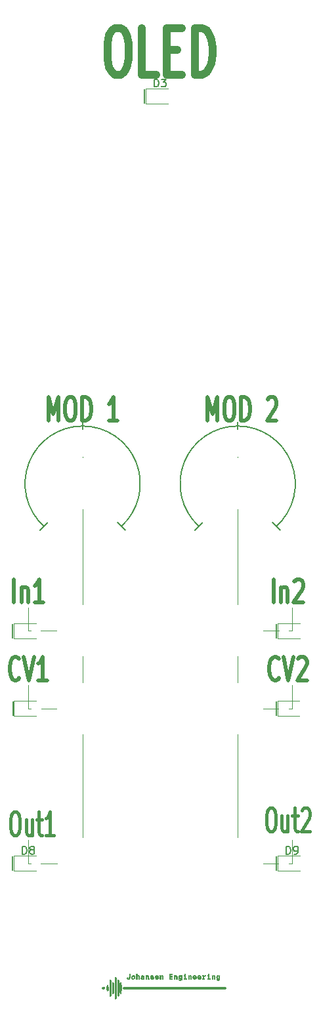
<source format=gto>
G04 #@! TF.GenerationSoftware,KiCad,Pcbnew,(5.1.9)-1*
G04 #@! TF.CreationDate,2021-04-12T22:44:31+02:00*
G04 #@! TF.ProjectId,KicadJE_Face,4b696361-644a-4455-9f46-6163652e6b69,rev?*
G04 #@! TF.SameCoordinates,Original*
G04 #@! TF.FileFunction,Legend,Top*
G04 #@! TF.FilePolarity,Positive*
%FSLAX46Y46*%
G04 Gerber Fmt 4.6, Leading zero omitted, Abs format (unit mm)*
G04 Created by KiCad (PCBNEW (5.1.9)-1) date 2021-04-12 22:44:31*
%MOMM*%
%LPD*%
G01*
G04 APERTURE LIST*
%ADD10C,0.450000*%
%ADD11C,0.120000*%
%ADD12C,0.500000*%
%ADD13C,1.000000*%
%ADD14C,0.150000*%
%ADD15C,0.010000*%
%ADD16O,7.102000X4.102000*%
%ADD17C,6.602000*%
%ADD18C,2.902000*%
G04 APERTURE END LIST*
D10*
X227142857Y-137857142D02*
X227485714Y-137857142D01*
X227657142Y-138000000D01*
X227828571Y-138285714D01*
X227914285Y-138857142D01*
X227914285Y-139857142D01*
X227828571Y-140428571D01*
X227657142Y-140714285D01*
X227485714Y-140857142D01*
X227142857Y-140857142D01*
X226971428Y-140714285D01*
X226800000Y-140428571D01*
X226714285Y-139857142D01*
X226714285Y-138857142D01*
X226800000Y-138285714D01*
X226971428Y-138000000D01*
X227142857Y-137857142D01*
X229457142Y-138857142D02*
X229457142Y-140857142D01*
X228685714Y-138857142D02*
X228685714Y-140428571D01*
X228771428Y-140714285D01*
X228942857Y-140857142D01*
X229200000Y-140857142D01*
X229371428Y-140714285D01*
X229457142Y-140571428D01*
X230057142Y-138857142D02*
X230742857Y-138857142D01*
X230314285Y-137857142D02*
X230314285Y-140428571D01*
X230400000Y-140714285D01*
X230571428Y-140857142D01*
X230742857Y-140857142D01*
X231257142Y-138142857D02*
X231342857Y-138000000D01*
X231514285Y-137857142D01*
X231942857Y-137857142D01*
X232114285Y-138000000D01*
X232200000Y-138142857D01*
X232285714Y-138428571D01*
X232285714Y-138714285D01*
X232200000Y-139142857D01*
X231171428Y-140857142D01*
X232285714Y-140857142D01*
X194142857Y-138357142D02*
X194485714Y-138357142D01*
X194657142Y-138500000D01*
X194828571Y-138785714D01*
X194914285Y-139357142D01*
X194914285Y-140357142D01*
X194828571Y-140928571D01*
X194657142Y-141214285D01*
X194485714Y-141357142D01*
X194142857Y-141357142D01*
X193971428Y-141214285D01*
X193800000Y-140928571D01*
X193714285Y-140357142D01*
X193714285Y-139357142D01*
X193800000Y-138785714D01*
X193971428Y-138500000D01*
X194142857Y-138357142D01*
X196457142Y-139357142D02*
X196457142Y-141357142D01*
X195685714Y-139357142D02*
X195685714Y-140928571D01*
X195771428Y-141214285D01*
X195942857Y-141357142D01*
X196200000Y-141357142D01*
X196371428Y-141214285D01*
X196457142Y-141071428D01*
X197057142Y-139357142D02*
X197742857Y-139357142D01*
X197314285Y-138357142D02*
X197314285Y-140928571D01*
X197400000Y-141214285D01*
X197571428Y-141357142D01*
X197742857Y-141357142D01*
X199285714Y-141357142D02*
X198257142Y-141357142D01*
X198771428Y-141357142D02*
X198771428Y-138357142D01*
X198600000Y-138785714D01*
X198428571Y-139071428D01*
X198257142Y-139214285D01*
D11*
X230000000Y-115000000D02*
X230000000Y-112000000D01*
X230000000Y-125000000D02*
X230000000Y-122000000D01*
D12*
X227642857Y-111357142D02*
X227642857Y-108357142D01*
X228595238Y-109357142D02*
X228595238Y-111357142D01*
X228595238Y-109642857D02*
X228690476Y-109500000D01*
X228880952Y-109357142D01*
X229166666Y-109357142D01*
X229357142Y-109500000D01*
X229452380Y-109785714D01*
X229452380Y-111357142D01*
X230309523Y-108642857D02*
X230404761Y-108500000D01*
X230595238Y-108357142D01*
X231071428Y-108357142D01*
X231261904Y-108500000D01*
X231357142Y-108642857D01*
X231452380Y-108928571D01*
X231452380Y-109214285D01*
X231357142Y-109642857D01*
X230214285Y-111357142D01*
X231452380Y-111357142D01*
X228309523Y-121071428D02*
X228214285Y-121214285D01*
X227928571Y-121357142D01*
X227738095Y-121357142D01*
X227452380Y-121214285D01*
X227261904Y-120928571D01*
X227166666Y-120642857D01*
X227071428Y-120071428D01*
X227071428Y-119642857D01*
X227166666Y-119071428D01*
X227261904Y-118785714D01*
X227452380Y-118500000D01*
X227738095Y-118357142D01*
X227928571Y-118357142D01*
X228214285Y-118500000D01*
X228309523Y-118642857D01*
X228880952Y-118357142D02*
X229547619Y-121357142D01*
X230214285Y-118357142D01*
X230785714Y-118642857D02*
X230880952Y-118500000D01*
X231071428Y-118357142D01*
X231547619Y-118357142D01*
X231738095Y-118500000D01*
X231833333Y-118642857D01*
X231928571Y-118928571D01*
X231928571Y-119214285D01*
X231833333Y-119642857D01*
X230690476Y-121357142D01*
X231928571Y-121357142D01*
X219071428Y-87857142D02*
X219071428Y-84857142D01*
X219738095Y-87000000D01*
X220404761Y-84857142D01*
X220404761Y-87857142D01*
X221738095Y-84857142D02*
X222119047Y-84857142D01*
X222309523Y-85000000D01*
X222500000Y-85285714D01*
X222595238Y-85857142D01*
X222595238Y-86857142D01*
X222500000Y-87428571D01*
X222309523Y-87714285D01*
X222119047Y-87857142D01*
X221738095Y-87857142D01*
X221547619Y-87714285D01*
X221357142Y-87428571D01*
X221261904Y-86857142D01*
X221261904Y-85857142D01*
X221357142Y-85285714D01*
X221547619Y-85000000D01*
X221738095Y-84857142D01*
X223452380Y-87857142D02*
X223452380Y-84857142D01*
X223928571Y-84857142D01*
X224214285Y-85000000D01*
X224404761Y-85285714D01*
X224500000Y-85571428D01*
X224595238Y-86142857D01*
X224595238Y-86571428D01*
X224500000Y-87142857D01*
X224404761Y-87428571D01*
X224214285Y-87714285D01*
X223928571Y-87857142D01*
X223452380Y-87857142D01*
X226880952Y-85142857D02*
X226976190Y-85000000D01*
X227166666Y-84857142D01*
X227642857Y-84857142D01*
X227833333Y-85000000D01*
X227928571Y-85142857D01*
X228023809Y-85428571D01*
X228023809Y-85714285D01*
X227928571Y-86142857D01*
X226785714Y-87857142D01*
X228023809Y-87857142D01*
X194809523Y-121071428D02*
X194714285Y-121214285D01*
X194428571Y-121357142D01*
X194238095Y-121357142D01*
X193952380Y-121214285D01*
X193761904Y-120928571D01*
X193666666Y-120642857D01*
X193571428Y-120071428D01*
X193571428Y-119642857D01*
X193666666Y-119071428D01*
X193761904Y-118785714D01*
X193952380Y-118500000D01*
X194238095Y-118357142D01*
X194428571Y-118357142D01*
X194714285Y-118500000D01*
X194809523Y-118642857D01*
X195380952Y-118357142D02*
X196047619Y-121357142D01*
X196714285Y-118357142D01*
X198428571Y-121357142D02*
X197285714Y-121357142D01*
X197857142Y-121357142D02*
X197857142Y-118357142D01*
X197666666Y-118785714D01*
X197476190Y-119071428D01*
X197285714Y-119214285D01*
X194142857Y-111357142D02*
X194142857Y-108357142D01*
X195095238Y-109357142D02*
X195095238Y-111357142D01*
X195095238Y-109642857D02*
X195190476Y-109500000D01*
X195380952Y-109357142D01*
X195666666Y-109357142D01*
X195857142Y-109500000D01*
X195952380Y-109785714D01*
X195952380Y-111357142D01*
X197952380Y-111357142D02*
X196809523Y-111357142D01*
X197380952Y-111357142D02*
X197380952Y-108357142D01*
X197190476Y-108785714D01*
X197000000Y-109071428D01*
X196809523Y-109214285D01*
X198571428Y-87857142D02*
X198571428Y-84857142D01*
X199238095Y-87000000D01*
X199904761Y-84857142D01*
X199904761Y-87857142D01*
X201238095Y-84857142D02*
X201619047Y-84857142D01*
X201809523Y-85000000D01*
X202000000Y-85285714D01*
X202095238Y-85857142D01*
X202095238Y-86857142D01*
X202000000Y-87428571D01*
X201809523Y-87714285D01*
X201619047Y-87857142D01*
X201238095Y-87857142D01*
X201047619Y-87714285D01*
X200857142Y-87428571D01*
X200761904Y-86857142D01*
X200761904Y-85857142D01*
X200857142Y-85285714D01*
X201047619Y-85000000D01*
X201238095Y-84857142D01*
X202952380Y-87857142D02*
X202952380Y-84857142D01*
X203428571Y-84857142D01*
X203714285Y-85000000D01*
X203904761Y-85285714D01*
X204000000Y-85571428D01*
X204095238Y-86142857D01*
X204095238Y-86571428D01*
X204000000Y-87142857D01*
X203904761Y-87428571D01*
X203714285Y-87714285D01*
X203428571Y-87857142D01*
X202952380Y-87857142D01*
X207523809Y-87857142D02*
X206380952Y-87857142D01*
X206952380Y-87857142D02*
X206952380Y-84857142D01*
X206761904Y-85285714D01*
X206571428Y-85571428D01*
X206380952Y-85714285D01*
D13*
X207190476Y-37214285D02*
X207952380Y-37214285D01*
X208333333Y-37500000D01*
X208714285Y-38071428D01*
X208904761Y-39214285D01*
X208904761Y-41214285D01*
X208714285Y-42357142D01*
X208333333Y-42928571D01*
X207952380Y-43214285D01*
X207190476Y-43214285D01*
X206809523Y-42928571D01*
X206428571Y-42357142D01*
X206238095Y-41214285D01*
X206238095Y-39214285D01*
X206428571Y-38071428D01*
X206809523Y-37500000D01*
X207190476Y-37214285D01*
X212523809Y-43214285D02*
X210619047Y-43214285D01*
X210619047Y-37214285D01*
X213857142Y-40071428D02*
X215190476Y-40071428D01*
X215761904Y-43214285D02*
X213857142Y-43214285D01*
X213857142Y-37214285D01*
X215761904Y-37214285D01*
X217476190Y-43214285D02*
X217476190Y-37214285D01*
X218428571Y-37214285D01*
X219000000Y-37500000D01*
X219380952Y-38071428D01*
X219571428Y-38642857D01*
X219761904Y-39785714D01*
X219761904Y-40642857D01*
X219571428Y-41785714D01*
X219380952Y-42357142D01*
X219000000Y-42928571D01*
X218428571Y-43214285D01*
X217476190Y-43214285D01*
D11*
X203000000Y-145000000D02*
X196000000Y-145000000D01*
X223500000Y-145000000D02*
X230000000Y-145000000D01*
X203000000Y-125000000D02*
X196000000Y-125000000D01*
X196000000Y-145000000D02*
X196000000Y-142000000D01*
X203000000Y-115000000D02*
X196000000Y-115000000D01*
X196000000Y-115000000D02*
X196000000Y-112000000D01*
X196000000Y-125000000D02*
X196000000Y-122000000D01*
X230000000Y-115000000D02*
X230000000Y-112000000D01*
X230000000Y-145000000D02*
X230000000Y-142000000D01*
X230000000Y-125000000D02*
X230000000Y-122000000D01*
X223500000Y-125000000D02*
X230000000Y-125000000D01*
X223500000Y-115000000D02*
X230000000Y-115000000D01*
X203000000Y-145000000D02*
X203000000Y-92500000D01*
X223000000Y-92500000D02*
X223000000Y-145000000D01*
D14*
X223000000Y-88000000D02*
X223000000Y-89000000D01*
X218500000Y-101000000D02*
X217500000Y-102000000D01*
X228500000Y-102000000D02*
X227500000Y-101000000D01*
X218000000Y-101500000D02*
G75*
G02*
X228000000Y-101500000I5000000J5500000D01*
G01*
X208500000Y-102000000D02*
X207500000Y-101000000D01*
X198500000Y-101000000D02*
X197500000Y-102000000D01*
X203000000Y-88000000D02*
X203000000Y-89000000D01*
X198000000Y-101500000D02*
G75*
G02*
X208000000Y-101500000I5000000J5500000D01*
G01*
D15*
G36*
X207270832Y-159693784D02*
G01*
X207276078Y-159699962D01*
X207280287Y-159705588D01*
X207284022Y-159712115D01*
X207287310Y-159721013D01*
X207290181Y-159733751D01*
X207292663Y-159751799D01*
X207294783Y-159776627D01*
X207296571Y-159809703D01*
X207298054Y-159852497D01*
X207299262Y-159906478D01*
X207300222Y-159973117D01*
X207300963Y-160053882D01*
X207301514Y-160150243D01*
X207301902Y-160263669D01*
X207302156Y-160395630D01*
X207302304Y-160547596D01*
X207302375Y-160721035D01*
X207302398Y-160917417D01*
X207302400Y-161062998D01*
X207302400Y-162392572D01*
X207273006Y-162420186D01*
X207232942Y-162443429D01*
X207190671Y-162444227D01*
X207152999Y-162422590D01*
X207150494Y-162420005D01*
X207146361Y-162415243D01*
X207142693Y-162409375D01*
X207139463Y-162400941D01*
X207136641Y-162388481D01*
X207134202Y-162370535D01*
X207132116Y-162345641D01*
X207130357Y-162312341D01*
X207128896Y-162269174D01*
X207127705Y-162214680D01*
X207126758Y-162147399D01*
X207126026Y-162065870D01*
X207125482Y-161968633D01*
X207125097Y-161854228D01*
X207124844Y-161721196D01*
X207124696Y-161568075D01*
X207124624Y-161393405D01*
X207124601Y-161195727D01*
X207124600Y-161056969D01*
X207124599Y-159721727D01*
X207153993Y-159694113D01*
X207194057Y-159670230D01*
X207234619Y-159670198D01*
X207270832Y-159693784D01*
G37*
X207270832Y-159693784D02*
X207276078Y-159699962D01*
X207280287Y-159705588D01*
X207284022Y-159712115D01*
X207287310Y-159721013D01*
X207290181Y-159733751D01*
X207292663Y-159751799D01*
X207294783Y-159776627D01*
X207296571Y-159809703D01*
X207298054Y-159852497D01*
X207299262Y-159906478D01*
X207300222Y-159973117D01*
X207300963Y-160053882D01*
X207301514Y-160150243D01*
X207301902Y-160263669D01*
X207302156Y-160395630D01*
X207302304Y-160547596D01*
X207302375Y-160721035D01*
X207302398Y-160917417D01*
X207302400Y-161062998D01*
X207302400Y-162392572D01*
X207273006Y-162420186D01*
X207232942Y-162443429D01*
X207190671Y-162444227D01*
X207152999Y-162422590D01*
X207150494Y-162420005D01*
X207146361Y-162415243D01*
X207142693Y-162409375D01*
X207139463Y-162400941D01*
X207136641Y-162388481D01*
X207134202Y-162370535D01*
X207132116Y-162345641D01*
X207130357Y-162312341D01*
X207128896Y-162269174D01*
X207127705Y-162214680D01*
X207126758Y-162147399D01*
X207126026Y-162065870D01*
X207125482Y-161968633D01*
X207125097Y-161854228D01*
X207124844Y-161721196D01*
X207124696Y-161568075D01*
X207124624Y-161393405D01*
X207124601Y-161195727D01*
X207124600Y-161056969D01*
X207124599Y-159721727D01*
X207153993Y-159694113D01*
X207194057Y-159670230D01*
X207234619Y-159670198D01*
X207270832Y-159693784D01*
G36*
X206556284Y-160023835D02*
G01*
X206589603Y-160043551D01*
X206608462Y-160075566D01*
X206609709Y-160092673D01*
X206610900Y-160133154D01*
X206612017Y-160194985D01*
X206613044Y-160276140D01*
X206613966Y-160374594D01*
X206614765Y-160488322D01*
X206615427Y-160615299D01*
X206615934Y-160753499D01*
X206616271Y-160900897D01*
X206616421Y-161055468D01*
X206616426Y-161073602D01*
X206616600Y-162042554D01*
X206585427Y-162073727D01*
X206548935Y-162099588D01*
X206512686Y-162101150D01*
X206472291Y-162078601D01*
X206472262Y-162078578D01*
X206438800Y-162052256D01*
X206438800Y-161068093D01*
X206438958Y-160858810D01*
X206439437Y-160674594D01*
X206440240Y-160515112D01*
X206441372Y-160380033D01*
X206442838Y-160269025D01*
X206444641Y-160181755D01*
X206446787Y-160117893D01*
X206449279Y-160077107D01*
X206452122Y-160059064D01*
X206452272Y-160058757D01*
X206479644Y-160030579D01*
X206516973Y-160019224D01*
X206556284Y-160023835D01*
G37*
X206556284Y-160023835D02*
X206589603Y-160043551D01*
X206608462Y-160075566D01*
X206609709Y-160092673D01*
X206610900Y-160133154D01*
X206612017Y-160194985D01*
X206613044Y-160276140D01*
X206613966Y-160374594D01*
X206614765Y-160488322D01*
X206615427Y-160615299D01*
X206615934Y-160753499D01*
X206616271Y-160900897D01*
X206616421Y-161055468D01*
X206616426Y-161073602D01*
X206616600Y-162042554D01*
X206585427Y-162073727D01*
X206548935Y-162099588D01*
X206512686Y-162101150D01*
X206472291Y-162078601D01*
X206472262Y-162078578D01*
X206438800Y-162052256D01*
X206438800Y-161068093D01*
X206438958Y-160858810D01*
X206439437Y-160674594D01*
X206440240Y-160515112D01*
X206441372Y-160380033D01*
X206442838Y-160269025D01*
X206444641Y-160181755D01*
X206446787Y-160117893D01*
X206449279Y-160077107D01*
X206452122Y-160059064D01*
X206452272Y-160058757D01*
X206479644Y-160030579D01*
X206516973Y-160019224D01*
X206556284Y-160023835D01*
G36*
X207600053Y-160028088D02*
G01*
X207621879Y-160046790D01*
X207626201Y-160053072D01*
X207629958Y-160061651D01*
X207633188Y-160074239D01*
X207635931Y-160092549D01*
X207638227Y-160118294D01*
X207640115Y-160153187D01*
X207641635Y-160198939D01*
X207642826Y-160257264D01*
X207643729Y-160329875D01*
X207644382Y-160418483D01*
X207644826Y-160524802D01*
X207645099Y-160650544D01*
X207645242Y-160797422D01*
X207645295Y-160967149D01*
X207645300Y-161059134D01*
X207645300Y-162042554D01*
X207614127Y-162073727D01*
X207576174Y-162099826D01*
X207538933Y-162100608D01*
X207501063Y-162076073D01*
X207498672Y-162073727D01*
X207467500Y-162042554D01*
X207467500Y-161059134D01*
X207467522Y-160877591D01*
X207467616Y-160719736D01*
X207467821Y-160583856D01*
X207468176Y-160468238D01*
X207468722Y-160371169D01*
X207469497Y-160290937D01*
X207470542Y-160225829D01*
X207471896Y-160174133D01*
X207473599Y-160134135D01*
X207475690Y-160104124D01*
X207478209Y-160082386D01*
X207481195Y-160067209D01*
X207484689Y-160056880D01*
X207488730Y-160049687D01*
X207490920Y-160046790D01*
X207525484Y-160022461D01*
X207556400Y-160017866D01*
X207600053Y-160028088D01*
G37*
X207600053Y-160028088D02*
X207621879Y-160046790D01*
X207626201Y-160053072D01*
X207629958Y-160061651D01*
X207633188Y-160074239D01*
X207635931Y-160092549D01*
X207638227Y-160118294D01*
X207640115Y-160153187D01*
X207641635Y-160198939D01*
X207642826Y-160257264D01*
X207643729Y-160329875D01*
X207644382Y-160418483D01*
X207644826Y-160524802D01*
X207645099Y-160650544D01*
X207645242Y-160797422D01*
X207645295Y-160967149D01*
X207645300Y-161059134D01*
X207645300Y-162042554D01*
X207614127Y-162073727D01*
X207576174Y-162099826D01*
X207538933Y-162100608D01*
X207501063Y-162076073D01*
X207498672Y-162073727D01*
X207467500Y-162042554D01*
X207467500Y-161059134D01*
X207467522Y-160877591D01*
X207467616Y-160719736D01*
X207467821Y-160583856D01*
X207468176Y-160468238D01*
X207468722Y-160371169D01*
X207469497Y-160290937D01*
X207470542Y-160225829D01*
X207471896Y-160174133D01*
X207473599Y-160134135D01*
X207475690Y-160104124D01*
X207478209Y-160082386D01*
X207481195Y-160067209D01*
X207484689Y-160056880D01*
X207488730Y-160049687D01*
X207490920Y-160046790D01*
X207525484Y-160022461D01*
X207556400Y-160017866D01*
X207600053Y-160028088D01*
G36*
X206914153Y-160373366D02*
G01*
X206916323Y-160374719D01*
X206925899Y-160382268D01*
X206933948Y-160392460D01*
X206940603Y-160407408D01*
X206945994Y-160429227D01*
X206950255Y-160460029D01*
X206953517Y-160501931D01*
X206955911Y-160557044D01*
X206957571Y-160627484D01*
X206958628Y-160715364D01*
X206959213Y-160822799D01*
X206959458Y-160951902D01*
X206959500Y-161066620D01*
X206959473Y-161208969D01*
X206959337Y-161328100D01*
X206959005Y-161426193D01*
X206958390Y-161505429D01*
X206957406Y-161567989D01*
X206955968Y-161616055D01*
X206953988Y-161651807D01*
X206951381Y-161677427D01*
X206948060Y-161695095D01*
X206943939Y-161706993D01*
X206938933Y-161715301D01*
X206933605Y-161721505D01*
X206898709Y-161744001D01*
X206857871Y-161749644D01*
X206820403Y-161738462D01*
X206801470Y-161721074D01*
X206796956Y-161712113D01*
X206793172Y-161697824D01*
X206790056Y-161676107D01*
X206787546Y-161644866D01*
X206785580Y-161602001D01*
X206784094Y-161545415D01*
X206783028Y-161473009D01*
X206782319Y-161382686D01*
X206781905Y-161272347D01*
X206781723Y-161139893D01*
X206781700Y-161054324D01*
X206781727Y-160910547D01*
X206781866Y-160790018D01*
X206782197Y-160690586D01*
X206782804Y-160610100D01*
X206783768Y-160546407D01*
X206785173Y-160497357D01*
X206787099Y-160460797D01*
X206789630Y-160434577D01*
X206792848Y-160416544D01*
X206796835Y-160404547D01*
X206801673Y-160396434D01*
X206807100Y-160390400D01*
X206839677Y-160371493D01*
X206879644Y-160365200D01*
X206914153Y-160373366D01*
G37*
X206914153Y-160373366D02*
X206916323Y-160374719D01*
X206925899Y-160382268D01*
X206933948Y-160392460D01*
X206940603Y-160407408D01*
X206945994Y-160429227D01*
X206950255Y-160460029D01*
X206953517Y-160501931D01*
X206955911Y-160557044D01*
X206957571Y-160627484D01*
X206958628Y-160715364D01*
X206959213Y-160822799D01*
X206959458Y-160951902D01*
X206959500Y-161066620D01*
X206959473Y-161208969D01*
X206959337Y-161328100D01*
X206959005Y-161426193D01*
X206958390Y-161505429D01*
X206957406Y-161567989D01*
X206955968Y-161616055D01*
X206953988Y-161651807D01*
X206951381Y-161677427D01*
X206948060Y-161695095D01*
X206943939Y-161706993D01*
X206938933Y-161715301D01*
X206933605Y-161721505D01*
X206898709Y-161744001D01*
X206857871Y-161749644D01*
X206820403Y-161738462D01*
X206801470Y-161721074D01*
X206796956Y-161712113D01*
X206793172Y-161697824D01*
X206790056Y-161676107D01*
X206787546Y-161644866D01*
X206785580Y-161602001D01*
X206784094Y-161545415D01*
X206783028Y-161473009D01*
X206782319Y-161382686D01*
X206781905Y-161272347D01*
X206781723Y-161139893D01*
X206781700Y-161054324D01*
X206781727Y-160910547D01*
X206781866Y-160790018D01*
X206782197Y-160690586D01*
X206782804Y-160610100D01*
X206783768Y-160546407D01*
X206785173Y-160497357D01*
X206787099Y-160460797D01*
X206789630Y-160434577D01*
X206792848Y-160416544D01*
X206796835Y-160404547D01*
X206801673Y-160396434D01*
X206807100Y-160390400D01*
X206839677Y-160371493D01*
X206879644Y-160365200D01*
X206914153Y-160373366D01*
G36*
X207930360Y-160384148D02*
G01*
X207937400Y-160390400D01*
X207943118Y-160396819D01*
X207947907Y-160405090D01*
X207951849Y-160417365D01*
X207955026Y-160435795D01*
X207957522Y-160462532D01*
X207959417Y-160499728D01*
X207960795Y-160549533D01*
X207961737Y-160614100D01*
X207962326Y-160695579D01*
X207962645Y-160796124D01*
X207962775Y-160917884D01*
X207962800Y-161054324D01*
X207962722Y-161200224D01*
X207962446Y-161322823D01*
X207961912Y-161424218D01*
X207961055Y-161506508D01*
X207959815Y-161571791D01*
X207958129Y-161622165D01*
X207955934Y-161659728D01*
X207953169Y-161686578D01*
X207949771Y-161704814D01*
X207945678Y-161716533D01*
X207943029Y-161721074D01*
X207913262Y-161743781D01*
X207873733Y-161749686D01*
X207833757Y-161738757D01*
X207810894Y-161721505D01*
X207805058Y-161714613D01*
X207800171Y-161706105D01*
X207796150Y-161693817D01*
X207792910Y-161675586D01*
X207790367Y-161649248D01*
X207788437Y-161612641D01*
X207787035Y-161563601D01*
X207786077Y-161499964D01*
X207785479Y-161419567D01*
X207785156Y-161320246D01*
X207785025Y-161199839D01*
X207785000Y-161057150D01*
X207785025Y-160913643D01*
X207785158Y-160793374D01*
X207785482Y-160694178D01*
X207786082Y-160613891D01*
X207787043Y-160550352D01*
X207788447Y-160501395D01*
X207790381Y-160464858D01*
X207792928Y-160438577D01*
X207796172Y-160420390D01*
X207800199Y-160408132D01*
X207805091Y-160399641D01*
X207810894Y-160392794D01*
X207847738Y-160369943D01*
X207890793Y-160367000D01*
X207930360Y-160384148D01*
G37*
X207930360Y-160384148D02*
X207937400Y-160390400D01*
X207943118Y-160396819D01*
X207947907Y-160405090D01*
X207951849Y-160417365D01*
X207955026Y-160435795D01*
X207957522Y-160462532D01*
X207959417Y-160499728D01*
X207960795Y-160549533D01*
X207961737Y-160614100D01*
X207962326Y-160695579D01*
X207962645Y-160796124D01*
X207962775Y-160917884D01*
X207962800Y-161054324D01*
X207962722Y-161200224D01*
X207962446Y-161322823D01*
X207961912Y-161424218D01*
X207961055Y-161506508D01*
X207959815Y-161571791D01*
X207958129Y-161622165D01*
X207955934Y-161659728D01*
X207953169Y-161686578D01*
X207949771Y-161704814D01*
X207945678Y-161716533D01*
X207943029Y-161721074D01*
X207913262Y-161743781D01*
X207873733Y-161749686D01*
X207833757Y-161738757D01*
X207810894Y-161721505D01*
X207805058Y-161714613D01*
X207800171Y-161706105D01*
X207796150Y-161693817D01*
X207792910Y-161675586D01*
X207790367Y-161649248D01*
X207788437Y-161612641D01*
X207787035Y-161563601D01*
X207786077Y-161499964D01*
X207785479Y-161419567D01*
X207785156Y-161320246D01*
X207785025Y-161199839D01*
X207785000Y-161057150D01*
X207785025Y-160913643D01*
X207785158Y-160793374D01*
X207785482Y-160694178D01*
X207786082Y-160613891D01*
X207787043Y-160550352D01*
X207788447Y-160501395D01*
X207790381Y-160464858D01*
X207792928Y-160438577D01*
X207796172Y-160420390D01*
X207800199Y-160408132D01*
X207805091Y-160399641D01*
X207810894Y-160392794D01*
X207847738Y-160369943D01*
X207890793Y-160367000D01*
X207930360Y-160384148D01*
G36*
X206204557Y-160713054D02*
G01*
X206237368Y-160732157D01*
X206246941Y-160740516D01*
X206254270Y-160750303D01*
X206259707Y-160764826D01*
X206263605Y-160787391D01*
X206266317Y-160821307D01*
X206268194Y-160869882D01*
X206269589Y-160936423D01*
X206270854Y-161024238D01*
X206271188Y-161049571D01*
X206275026Y-161342728D01*
X206243190Y-161374564D01*
X206203435Y-161401023D01*
X206163527Y-161402725D01*
X206126040Y-161379617D01*
X206123513Y-161377006D01*
X206114675Y-161366635D01*
X206107956Y-161354549D01*
X206103065Y-161337371D01*
X206099714Y-161311724D01*
X206097611Y-161274232D01*
X206096468Y-161221520D01*
X206095994Y-161150210D01*
X206095900Y-161056927D01*
X206095900Y-161055370D01*
X206095965Y-160961929D01*
X206096367Y-160890539D01*
X206097413Y-160837846D01*
X206099412Y-160800503D01*
X206102670Y-160775156D01*
X206107497Y-160758457D01*
X206114200Y-160747055D01*
X206123086Y-160737598D01*
X206125293Y-160735513D01*
X206164470Y-160711609D01*
X206204557Y-160713054D01*
G37*
X206204557Y-160713054D02*
X206237368Y-160732157D01*
X206246941Y-160740516D01*
X206254270Y-160750303D01*
X206259707Y-160764826D01*
X206263605Y-160787391D01*
X206266317Y-160821307D01*
X206268194Y-160869882D01*
X206269589Y-160936423D01*
X206270854Y-161024238D01*
X206271188Y-161049571D01*
X206275026Y-161342728D01*
X206243190Y-161374564D01*
X206203435Y-161401023D01*
X206163527Y-161402725D01*
X206126040Y-161379617D01*
X206123513Y-161377006D01*
X206114675Y-161366635D01*
X206107956Y-161354549D01*
X206103065Y-161337371D01*
X206099714Y-161311724D01*
X206097611Y-161274232D01*
X206096468Y-161221520D01*
X206095994Y-161150210D01*
X206095900Y-161056927D01*
X206095900Y-161055370D01*
X206095965Y-160961929D01*
X206096367Y-160890539D01*
X206097413Y-160837846D01*
X206099412Y-160800503D01*
X206102670Y-160775156D01*
X206107497Y-160758457D01*
X206114200Y-160747055D01*
X206123086Y-160737598D01*
X206125293Y-160735513D01*
X206164470Y-160711609D01*
X206204557Y-160713054D01*
G36*
X205744043Y-160964392D02*
G01*
X205792101Y-160973191D01*
X205822105Y-160990281D01*
X205837542Y-161017645D01*
X205841900Y-161057150D01*
X205837607Y-161096532D01*
X205822399Y-161123780D01*
X205792781Y-161140862D01*
X205745257Y-161149745D01*
X205676332Y-161152395D01*
X205672663Y-161152400D01*
X205615908Y-161151825D01*
X205578492Y-161149290D01*
X205554365Y-161143576D01*
X205537476Y-161133466D01*
X205526613Y-161123006D01*
X205503252Y-161082112D01*
X205501503Y-161037488D01*
X205521260Y-160997000D01*
X205528393Y-160989513D01*
X205545574Y-160976180D01*
X205566619Y-160967937D01*
X205597738Y-160963612D01*
X205645141Y-160962030D01*
X205674443Y-160961900D01*
X205744043Y-160964392D01*
G37*
X205744043Y-160964392D02*
X205792101Y-160973191D01*
X205822105Y-160990281D01*
X205837542Y-161017645D01*
X205841900Y-161057150D01*
X205837607Y-161096532D01*
X205822399Y-161123780D01*
X205792781Y-161140862D01*
X205745257Y-161149745D01*
X205676332Y-161152395D01*
X205672663Y-161152400D01*
X205615908Y-161151825D01*
X205578492Y-161149290D01*
X205554365Y-161143576D01*
X205537476Y-161133466D01*
X205526613Y-161123006D01*
X205503252Y-161082112D01*
X205501503Y-161037488D01*
X205521260Y-160997000D01*
X205528393Y-160989513D01*
X205545574Y-160976180D01*
X205566619Y-160967937D01*
X205597738Y-160963612D01*
X205645141Y-160962030D01*
X205674443Y-160961900D01*
X205744043Y-160964392D01*
G36*
X221435286Y-160991293D02*
G01*
X221458647Y-161032187D01*
X221460396Y-161076811D01*
X221440639Y-161117299D01*
X221433506Y-161124786D01*
X221404112Y-161152400D01*
X208218643Y-161152400D01*
X208192321Y-161118937D01*
X208173769Y-161087072D01*
X208166000Y-161057272D01*
X208166000Y-161057150D01*
X208173694Y-161027404D01*
X208192207Y-160995507D01*
X208192321Y-160995362D01*
X208218643Y-160961900D01*
X214813157Y-160961899D01*
X221407672Y-160961899D01*
X221435286Y-160991293D01*
G37*
X221435286Y-160991293D02*
X221458647Y-161032187D01*
X221460396Y-161076811D01*
X221440639Y-161117299D01*
X221433506Y-161124786D01*
X221404112Y-161152400D01*
X208218643Y-161152400D01*
X208192321Y-161118937D01*
X208173769Y-161087072D01*
X208166000Y-161057272D01*
X208166000Y-161057150D01*
X208173694Y-161027404D01*
X208192207Y-160995507D01*
X208192321Y-160995362D01*
X208218643Y-160961900D01*
X214813157Y-160961899D01*
X221407672Y-160961899D01*
X221435286Y-160991293D01*
G36*
X215605674Y-159445453D02*
G01*
X215634230Y-159457276D01*
X215659896Y-159467208D01*
X215671557Y-159464762D01*
X215671700Y-159463626D01*
X215682965Y-159455469D01*
X215711110Y-159450932D01*
X215722500Y-159450600D01*
X215773300Y-159450600D01*
X215773300Y-159702721D01*
X215773165Y-159789193D01*
X215772509Y-159854155D01*
X215770951Y-159901497D01*
X215768112Y-159935109D01*
X215763612Y-159958879D01*
X215757072Y-159976699D01*
X215748110Y-159992457D01*
X215744471Y-159997996D01*
X215699065Y-160044194D01*
X215638438Y-160073830D01*
X215567589Y-160085713D01*
X215491516Y-160078656D01*
X215452504Y-160067447D01*
X215406878Y-160047420D01*
X215376752Y-160026476D01*
X215366900Y-160009251D01*
X215374136Y-159993145D01*
X215389155Y-159972029D01*
X215411410Y-159944546D01*
X215473470Y-159971998D01*
X215534709Y-159990625D01*
X215588937Y-159991271D01*
X215632369Y-159975328D01*
X215661218Y-159944187D01*
X215671699Y-159899238D01*
X215671700Y-159899155D01*
X215671700Y-159856347D01*
X215634230Y-159875723D01*
X215573661Y-159894532D01*
X215514193Y-159890756D01*
X215459341Y-159867099D01*
X215412620Y-159826262D01*
X215377544Y-159770946D01*
X215357628Y-159703853D01*
X215354506Y-159661944D01*
X215456495Y-159661944D01*
X215463037Y-159713003D01*
X215485751Y-159758341D01*
X215520697Y-159789108D01*
X215558845Y-159800009D01*
X215604396Y-159798768D01*
X215644159Y-159786299D01*
X215653783Y-159779859D01*
X215663335Y-159759334D01*
X215669510Y-159721682D01*
X215672236Y-159674854D01*
X215671445Y-159626803D01*
X215667067Y-159585480D01*
X215659031Y-159558838D01*
X215655753Y-159554776D01*
X215615084Y-159535364D01*
X215565872Y-159531601D01*
X215531154Y-159539850D01*
X215490828Y-159568826D01*
X215465850Y-159611704D01*
X215456495Y-159661944D01*
X215354506Y-159661944D01*
X215354408Y-159660634D01*
X215364773Y-159590522D01*
X215392835Y-159530408D01*
X215434776Y-159483069D01*
X215486776Y-159451279D01*
X215545015Y-159437816D01*
X215605674Y-159445453D01*
G37*
X215605674Y-159445453D02*
X215634230Y-159457276D01*
X215659896Y-159467208D01*
X215671557Y-159464762D01*
X215671700Y-159463626D01*
X215682965Y-159455469D01*
X215711110Y-159450932D01*
X215722500Y-159450600D01*
X215773300Y-159450600D01*
X215773300Y-159702721D01*
X215773165Y-159789193D01*
X215772509Y-159854155D01*
X215770951Y-159901497D01*
X215768112Y-159935109D01*
X215763612Y-159958879D01*
X215757072Y-159976699D01*
X215748110Y-159992457D01*
X215744471Y-159997996D01*
X215699065Y-160044194D01*
X215638438Y-160073830D01*
X215567589Y-160085713D01*
X215491516Y-160078656D01*
X215452504Y-160067447D01*
X215406878Y-160047420D01*
X215376752Y-160026476D01*
X215366900Y-160009251D01*
X215374136Y-159993145D01*
X215389155Y-159972029D01*
X215411410Y-159944546D01*
X215473470Y-159971998D01*
X215534709Y-159990625D01*
X215588937Y-159991271D01*
X215632369Y-159975328D01*
X215661218Y-159944187D01*
X215671699Y-159899238D01*
X215671700Y-159899155D01*
X215671700Y-159856347D01*
X215634230Y-159875723D01*
X215573661Y-159894532D01*
X215514193Y-159890756D01*
X215459341Y-159867099D01*
X215412620Y-159826262D01*
X215377544Y-159770946D01*
X215357628Y-159703853D01*
X215354506Y-159661944D01*
X215456495Y-159661944D01*
X215463037Y-159713003D01*
X215485751Y-159758341D01*
X215520697Y-159789108D01*
X215558845Y-159800009D01*
X215604396Y-159798768D01*
X215644159Y-159786299D01*
X215653783Y-159779859D01*
X215663335Y-159759334D01*
X215669510Y-159721682D01*
X215672236Y-159674854D01*
X215671445Y-159626803D01*
X215667067Y-159585480D01*
X215659031Y-159558838D01*
X215655753Y-159554776D01*
X215615084Y-159535364D01*
X215565872Y-159531601D01*
X215531154Y-159539850D01*
X215490828Y-159568826D01*
X215465850Y-159611704D01*
X215456495Y-159661944D01*
X215354506Y-159661944D01*
X215354408Y-159660634D01*
X215364773Y-159590522D01*
X215392835Y-159530408D01*
X215434776Y-159483069D01*
X215486776Y-159451279D01*
X215545015Y-159437816D01*
X215605674Y-159445453D01*
G36*
X220482474Y-159445453D02*
G01*
X220511030Y-159457276D01*
X220536696Y-159467208D01*
X220548357Y-159464762D01*
X220548500Y-159463626D01*
X220559765Y-159455469D01*
X220587910Y-159450932D01*
X220599300Y-159450600D01*
X220650100Y-159450600D01*
X220650100Y-159702721D01*
X220649965Y-159789193D01*
X220649309Y-159854155D01*
X220647751Y-159901497D01*
X220644912Y-159935109D01*
X220640412Y-159958879D01*
X220633872Y-159976699D01*
X220624910Y-159992457D01*
X220621271Y-159997996D01*
X220575865Y-160044194D01*
X220515238Y-160073830D01*
X220444389Y-160085713D01*
X220368316Y-160078656D01*
X220329304Y-160067447D01*
X220283678Y-160047420D01*
X220253552Y-160026476D01*
X220243700Y-160009251D01*
X220250936Y-159993145D01*
X220265955Y-159972029D01*
X220288210Y-159944546D01*
X220350270Y-159971998D01*
X220411509Y-159990625D01*
X220465737Y-159991271D01*
X220509169Y-159975328D01*
X220538018Y-159944187D01*
X220548499Y-159899238D01*
X220548500Y-159899155D01*
X220548500Y-159856347D01*
X220511030Y-159875723D01*
X220450461Y-159894532D01*
X220390993Y-159890756D01*
X220336141Y-159867099D01*
X220289420Y-159826262D01*
X220254344Y-159770946D01*
X220234428Y-159703853D01*
X220231306Y-159661944D01*
X220333295Y-159661944D01*
X220339837Y-159713003D01*
X220362551Y-159758341D01*
X220397497Y-159789108D01*
X220435645Y-159800009D01*
X220481196Y-159798768D01*
X220520959Y-159786299D01*
X220530583Y-159779859D01*
X220540135Y-159759334D01*
X220546310Y-159721682D01*
X220549036Y-159674854D01*
X220548245Y-159626803D01*
X220543867Y-159585480D01*
X220535831Y-159558838D01*
X220532553Y-159554776D01*
X220491884Y-159535364D01*
X220442672Y-159531601D01*
X220407954Y-159539850D01*
X220367628Y-159568826D01*
X220342650Y-159611704D01*
X220333295Y-159661944D01*
X220231306Y-159661944D01*
X220231208Y-159660634D01*
X220241573Y-159590522D01*
X220269635Y-159530408D01*
X220311576Y-159483069D01*
X220363576Y-159451279D01*
X220421815Y-159437816D01*
X220482474Y-159445453D01*
G37*
X220482474Y-159445453D02*
X220511030Y-159457276D01*
X220536696Y-159467208D01*
X220548357Y-159464762D01*
X220548500Y-159463626D01*
X220559765Y-159455469D01*
X220587910Y-159450932D01*
X220599300Y-159450600D01*
X220650100Y-159450600D01*
X220650100Y-159702721D01*
X220649965Y-159789193D01*
X220649309Y-159854155D01*
X220647751Y-159901497D01*
X220644912Y-159935109D01*
X220640412Y-159958879D01*
X220633872Y-159976699D01*
X220624910Y-159992457D01*
X220621271Y-159997996D01*
X220575865Y-160044194D01*
X220515238Y-160073830D01*
X220444389Y-160085713D01*
X220368316Y-160078656D01*
X220329304Y-160067447D01*
X220283678Y-160047420D01*
X220253552Y-160026476D01*
X220243700Y-160009251D01*
X220250936Y-159993145D01*
X220265955Y-159972029D01*
X220288210Y-159944546D01*
X220350270Y-159971998D01*
X220411509Y-159990625D01*
X220465737Y-159991271D01*
X220509169Y-159975328D01*
X220538018Y-159944187D01*
X220548499Y-159899238D01*
X220548500Y-159899155D01*
X220548500Y-159856347D01*
X220511030Y-159875723D01*
X220450461Y-159894532D01*
X220390993Y-159890756D01*
X220336141Y-159867099D01*
X220289420Y-159826262D01*
X220254344Y-159770946D01*
X220234428Y-159703853D01*
X220231306Y-159661944D01*
X220333295Y-159661944D01*
X220339837Y-159713003D01*
X220362551Y-159758341D01*
X220397497Y-159789108D01*
X220435645Y-159800009D01*
X220481196Y-159798768D01*
X220520959Y-159786299D01*
X220530583Y-159779859D01*
X220540135Y-159759334D01*
X220546310Y-159721682D01*
X220549036Y-159674854D01*
X220548245Y-159626803D01*
X220543867Y-159585480D01*
X220535831Y-159558838D01*
X220532553Y-159554776D01*
X220491884Y-159535364D01*
X220442672Y-159531601D01*
X220407954Y-159539850D01*
X220367628Y-159568826D01*
X220342650Y-159611704D01*
X220333295Y-159661944D01*
X220231306Y-159661944D01*
X220231208Y-159660634D01*
X220241573Y-159590522D01*
X220269635Y-159530408D01*
X220311576Y-159483069D01*
X220363576Y-159451279D01*
X220421815Y-159437816D01*
X220482474Y-159445453D01*
G36*
X209080400Y-159511409D02*
G01*
X209080207Y-159595945D01*
X209079354Y-159659353D01*
X209077427Y-159705900D01*
X209074013Y-159739855D01*
X209068700Y-159765488D01*
X209061073Y-159787068D01*
X209051825Y-159806684D01*
X209014747Y-159859147D01*
X208978800Y-159885555D01*
X208926340Y-159901642D01*
X208864265Y-159906377D01*
X208805952Y-159899199D01*
X208788306Y-159893532D01*
X208739112Y-159863215D01*
X208695891Y-159817614D01*
X208679143Y-159790955D01*
X208664437Y-159757641D01*
X208665977Y-159737654D01*
X208685821Y-159723253D01*
X208698633Y-159717617D01*
X208735503Y-159708790D01*
X208757582Y-159717789D01*
X208762900Y-159735970D01*
X208773231Y-159757685D01*
X208798688Y-159782819D01*
X208830963Y-159804987D01*
X208861750Y-159817804D01*
X208870785Y-159818900D01*
X208904376Y-159816521D01*
X208930288Y-159807494D01*
X208949489Y-159788978D01*
X208962946Y-159758134D01*
X208971628Y-159712122D01*
X208976503Y-159648104D01*
X208978539Y-159563238D01*
X208978800Y-159502030D01*
X208978800Y-159272800D01*
X209080400Y-159272800D01*
X209080400Y-159511409D01*
G37*
X209080400Y-159511409D02*
X209080207Y-159595945D01*
X209079354Y-159659353D01*
X209077427Y-159705900D01*
X209074013Y-159739855D01*
X209068700Y-159765488D01*
X209061073Y-159787068D01*
X209051825Y-159806684D01*
X209014747Y-159859147D01*
X208978800Y-159885555D01*
X208926340Y-159901642D01*
X208864265Y-159906377D01*
X208805952Y-159899199D01*
X208788306Y-159893532D01*
X208739112Y-159863215D01*
X208695891Y-159817614D01*
X208679143Y-159790955D01*
X208664437Y-159757641D01*
X208665977Y-159737654D01*
X208685821Y-159723253D01*
X208698633Y-159717617D01*
X208735503Y-159708790D01*
X208757582Y-159717789D01*
X208762900Y-159735970D01*
X208773231Y-159757685D01*
X208798688Y-159782819D01*
X208830963Y-159804987D01*
X208861750Y-159817804D01*
X208870785Y-159818900D01*
X208904376Y-159816521D01*
X208930288Y-159807494D01*
X208949489Y-159788978D01*
X208962946Y-159758134D01*
X208971628Y-159712122D01*
X208976503Y-159648104D01*
X208978539Y-159563238D01*
X208978800Y-159502030D01*
X208978800Y-159272800D01*
X209080400Y-159272800D01*
X209080400Y-159511409D01*
G36*
X209571766Y-159449125D02*
G01*
X209636474Y-159481026D01*
X209685862Y-159530946D01*
X209717285Y-159596222D01*
X209728100Y-159672850D01*
X209716996Y-159750946D01*
X209685342Y-159815890D01*
X209635619Y-159865231D01*
X209570311Y-159896521D01*
X209491901Y-159907311D01*
X209490382Y-159907302D01*
X209444577Y-159903339D01*
X209402640Y-159894004D01*
X209391550Y-159889872D01*
X209334427Y-159851464D01*
X209292316Y-159796767D01*
X209267086Y-159731225D01*
X209261549Y-159670613D01*
X209363689Y-159670613D01*
X209370887Y-159721333D01*
X209393418Y-159765316D01*
X209429178Y-159797772D01*
X209476060Y-159813913D01*
X209511517Y-159813383D01*
X209551518Y-159799561D01*
X209587147Y-159775119D01*
X209587717Y-159774555D01*
X209607668Y-159749695D01*
X209617404Y-159720658D01*
X209620137Y-159677372D01*
X209620150Y-159672850D01*
X209617996Y-159628557D01*
X209609183Y-159599009D01*
X209590186Y-159573742D01*
X209584936Y-159568363D01*
X209554595Y-159544450D01*
X209520047Y-159534461D01*
X209491761Y-159533150D01*
X209450653Y-159536400D01*
X209422923Y-159549203D01*
X209403716Y-159568125D01*
X209373930Y-159617947D01*
X209363689Y-159670613D01*
X209261549Y-159670613D01*
X209260605Y-159660283D01*
X209274742Y-159589388D01*
X209282203Y-159571250D01*
X209322955Y-159506733D01*
X209376394Y-159463869D01*
X209444061Y-159441689D01*
X209494384Y-159437900D01*
X209571766Y-159449125D01*
G37*
X209571766Y-159449125D02*
X209636474Y-159481026D01*
X209685862Y-159530946D01*
X209717285Y-159596222D01*
X209728100Y-159672850D01*
X209716996Y-159750946D01*
X209685342Y-159815890D01*
X209635619Y-159865231D01*
X209570311Y-159896521D01*
X209491901Y-159907311D01*
X209490382Y-159907302D01*
X209444577Y-159903339D01*
X209402640Y-159894004D01*
X209391550Y-159889872D01*
X209334427Y-159851464D01*
X209292316Y-159796767D01*
X209267086Y-159731225D01*
X209261549Y-159670613D01*
X209363689Y-159670613D01*
X209370887Y-159721333D01*
X209393418Y-159765316D01*
X209429178Y-159797772D01*
X209476060Y-159813913D01*
X209511517Y-159813383D01*
X209551518Y-159799561D01*
X209587147Y-159775119D01*
X209587717Y-159774555D01*
X209607668Y-159749695D01*
X209617404Y-159720658D01*
X209620137Y-159677372D01*
X209620150Y-159672850D01*
X209617996Y-159628557D01*
X209609183Y-159599009D01*
X209590186Y-159573742D01*
X209584936Y-159568363D01*
X209554595Y-159544450D01*
X209520047Y-159534461D01*
X209491761Y-159533150D01*
X209450653Y-159536400D01*
X209422923Y-159549203D01*
X209403716Y-159568125D01*
X209373930Y-159617947D01*
X209363689Y-159670613D01*
X209261549Y-159670613D01*
X209260605Y-159660283D01*
X209274742Y-159589388D01*
X209282203Y-159571250D01*
X209322955Y-159506733D01*
X209376394Y-159463869D01*
X209444061Y-159441689D01*
X209494384Y-159437900D01*
X209571766Y-159449125D01*
G36*
X210810260Y-159456458D02*
G01*
X210863969Y-159489144D01*
X210881667Y-159507923D01*
X210892735Y-159523957D01*
X210900377Y-159542230D01*
X210905218Y-159567537D01*
X210907884Y-159604675D01*
X210909001Y-159658440D01*
X210909200Y-159719012D01*
X210909200Y-159895100D01*
X210858400Y-159895100D01*
X210825216Y-159893002D01*
X210810537Y-159884441D01*
X210807600Y-159869319D01*
X210806428Y-159853311D01*
X210798873Y-159851680D01*
X210778879Y-159864802D01*
X210769535Y-159871681D01*
X210723244Y-159894024D01*
X210658225Y-159905114D01*
X210655474Y-159905321D01*
X210612093Y-159907472D01*
X210584204Y-159903939D01*
X210562026Y-159891546D01*
X210535775Y-159867115D01*
X210534789Y-159866129D01*
X210505543Y-159832043D01*
X210492460Y-159800556D01*
X210490100Y-159771764D01*
X210493730Y-159754688D01*
X210593668Y-159754688D01*
X210599133Y-159788354D01*
X210624725Y-159809379D01*
X210667574Y-159815900D01*
X210685850Y-159814447D01*
X210727983Y-159803725D01*
X210765066Y-159785989D01*
X210768400Y-159783649D01*
X210793180Y-159755884D01*
X210805268Y-159725569D01*
X210806058Y-159705397D01*
X210797957Y-159695600D01*
X210774768Y-159692604D01*
X210748118Y-159692616D01*
X210680418Y-159698505D01*
X210630383Y-159713688D01*
X210600657Y-159737104D01*
X210593668Y-159754688D01*
X210493730Y-159754688D01*
X210501569Y-159717825D01*
X210535378Y-159674750D01*
X210590630Y-159643148D01*
X210666427Y-159623630D01*
X210716183Y-159618289D01*
X210763879Y-159614585D01*
X210791287Y-159609955D01*
X210803505Y-159602538D01*
X210805629Y-159590475D01*
X210805083Y-159585836D01*
X210791827Y-159560933D01*
X210767128Y-159540309D01*
X210737136Y-159530639D01*
X210695911Y-159530668D01*
X210639406Y-159540783D01*
X210571899Y-159558898D01*
X210549367Y-159558480D01*
X210532747Y-159537849D01*
X210530463Y-159533045D01*
X210521032Y-159506525D01*
X210524816Y-159488529D01*
X210545593Y-159474106D01*
X210587143Y-159458303D01*
X210587627Y-159458138D01*
X210667157Y-159440120D01*
X210743012Y-159439838D01*
X210810260Y-159456458D01*
G37*
X210810260Y-159456458D02*
X210863969Y-159489144D01*
X210881667Y-159507923D01*
X210892735Y-159523957D01*
X210900377Y-159542230D01*
X210905218Y-159567537D01*
X210907884Y-159604675D01*
X210909001Y-159658440D01*
X210909200Y-159719012D01*
X210909200Y-159895100D01*
X210858400Y-159895100D01*
X210825216Y-159893002D01*
X210810537Y-159884441D01*
X210807600Y-159869319D01*
X210806428Y-159853311D01*
X210798873Y-159851680D01*
X210778879Y-159864802D01*
X210769535Y-159871681D01*
X210723244Y-159894024D01*
X210658225Y-159905114D01*
X210655474Y-159905321D01*
X210612093Y-159907472D01*
X210584204Y-159903939D01*
X210562026Y-159891546D01*
X210535775Y-159867115D01*
X210534789Y-159866129D01*
X210505543Y-159832043D01*
X210492460Y-159800556D01*
X210490100Y-159771764D01*
X210493730Y-159754688D01*
X210593668Y-159754688D01*
X210599133Y-159788354D01*
X210624725Y-159809379D01*
X210667574Y-159815900D01*
X210685850Y-159814447D01*
X210727983Y-159803725D01*
X210765066Y-159785989D01*
X210768400Y-159783649D01*
X210793180Y-159755884D01*
X210805268Y-159725569D01*
X210806058Y-159705397D01*
X210797957Y-159695600D01*
X210774768Y-159692604D01*
X210748118Y-159692616D01*
X210680418Y-159698505D01*
X210630383Y-159713688D01*
X210600657Y-159737104D01*
X210593668Y-159754688D01*
X210493730Y-159754688D01*
X210501569Y-159717825D01*
X210535378Y-159674750D01*
X210590630Y-159643148D01*
X210666427Y-159623630D01*
X210716183Y-159618289D01*
X210763879Y-159614585D01*
X210791287Y-159609955D01*
X210803505Y-159602538D01*
X210805629Y-159590475D01*
X210805083Y-159585836D01*
X210791827Y-159560933D01*
X210767128Y-159540309D01*
X210737136Y-159530639D01*
X210695911Y-159530668D01*
X210639406Y-159540783D01*
X210571899Y-159558898D01*
X210549367Y-159558480D01*
X210532747Y-159537849D01*
X210530463Y-159533045D01*
X210521032Y-159506525D01*
X210524816Y-159488529D01*
X210545593Y-159474106D01*
X210587143Y-159458303D01*
X210587627Y-159458138D01*
X210667157Y-159440120D01*
X210743012Y-159439838D01*
X210810260Y-159456458D01*
G36*
X212000632Y-159444386D02*
G01*
X212055840Y-159458028D01*
X212095922Y-159478107D01*
X212100489Y-159481961D01*
X212109083Y-159503001D01*
X212104268Y-159528982D01*
X212090296Y-159550658D01*
X212071419Y-159558784D01*
X212065812Y-159557362D01*
X212015036Y-159541203D01*
X211960246Y-159532510D01*
X211907734Y-159531212D01*
X211863790Y-159537235D01*
X211834704Y-159550507D01*
X211827596Y-159560104D01*
X211825073Y-159576955D01*
X211834520Y-159590282D01*
X211859387Y-159601783D01*
X211903120Y-159613152D01*
X211957231Y-159623894D01*
X212033536Y-159641949D01*
X212087294Y-159664676D01*
X212121223Y-159694158D01*
X212138045Y-159732478D01*
X212141100Y-159764728D01*
X212129745Y-159815487D01*
X212098029Y-159856412D01*
X212049475Y-159886315D01*
X211987607Y-159904004D01*
X211915947Y-159908289D01*
X211838019Y-159897982D01*
X211788425Y-159883852D01*
X211750170Y-159869782D01*
X211722498Y-159858020D01*
X211713690Y-159852924D01*
X211712751Y-159837125D01*
X211720877Y-159809004D01*
X211722234Y-159805634D01*
X211731168Y-159785529D01*
X211741020Y-159775070D01*
X211757453Y-159773986D01*
X211786129Y-159782007D01*
X211832712Y-159798863D01*
X211836300Y-159800186D01*
X211910662Y-159815855D01*
X211954522Y-159815520D01*
X212006786Y-159805698D01*
X212035099Y-159790062D01*
X212039457Y-159771258D01*
X212019859Y-159751932D01*
X211976303Y-159734730D01*
X211954593Y-159729532D01*
X211884467Y-159714410D01*
X211834551Y-159701934D01*
X211800033Y-159690387D01*
X211776098Y-159678053D01*
X211757936Y-159663218D01*
X211752337Y-159657425D01*
X211726407Y-159613509D01*
X211722862Y-159566210D01*
X211739996Y-159520198D01*
X211776104Y-159480141D01*
X211827601Y-159451407D01*
X211878179Y-159440142D01*
X211938634Y-159438113D01*
X212000632Y-159444386D01*
G37*
X212000632Y-159444386D02*
X212055840Y-159458028D01*
X212095922Y-159478107D01*
X212100489Y-159481961D01*
X212109083Y-159503001D01*
X212104268Y-159528982D01*
X212090296Y-159550658D01*
X212071419Y-159558784D01*
X212065812Y-159557362D01*
X212015036Y-159541203D01*
X211960246Y-159532510D01*
X211907734Y-159531212D01*
X211863790Y-159537235D01*
X211834704Y-159550507D01*
X211827596Y-159560104D01*
X211825073Y-159576955D01*
X211834520Y-159590282D01*
X211859387Y-159601783D01*
X211903120Y-159613152D01*
X211957231Y-159623894D01*
X212033536Y-159641949D01*
X212087294Y-159664676D01*
X212121223Y-159694158D01*
X212138045Y-159732478D01*
X212141100Y-159764728D01*
X212129745Y-159815487D01*
X212098029Y-159856412D01*
X212049475Y-159886315D01*
X211987607Y-159904004D01*
X211915947Y-159908289D01*
X211838019Y-159897982D01*
X211788425Y-159883852D01*
X211750170Y-159869782D01*
X211722498Y-159858020D01*
X211713690Y-159852924D01*
X211712751Y-159837125D01*
X211720877Y-159809004D01*
X211722234Y-159805634D01*
X211731168Y-159785529D01*
X211741020Y-159775070D01*
X211757453Y-159773986D01*
X211786129Y-159782007D01*
X211832712Y-159798863D01*
X211836300Y-159800186D01*
X211910662Y-159815855D01*
X211954522Y-159815520D01*
X212006786Y-159805698D01*
X212035099Y-159790062D01*
X212039457Y-159771258D01*
X212019859Y-159751932D01*
X211976303Y-159734730D01*
X211954593Y-159729532D01*
X211884467Y-159714410D01*
X211834551Y-159701934D01*
X211800033Y-159690387D01*
X211776098Y-159678053D01*
X211757936Y-159663218D01*
X211752337Y-159657425D01*
X211726407Y-159613509D01*
X211722862Y-159566210D01*
X211739996Y-159520198D01*
X211776104Y-159480141D01*
X211827601Y-159451407D01*
X211878179Y-159440142D01*
X211938634Y-159438113D01*
X212000632Y-159444386D01*
G36*
X212606713Y-159445787D02*
G01*
X212668381Y-159470491D01*
X212708818Y-159503111D01*
X212743661Y-159555044D01*
X212770531Y-159623481D01*
X212781415Y-159669675D01*
X212789950Y-159717300D01*
X212408344Y-159717300D01*
X212422531Y-159748437D01*
X212448315Y-159779278D01*
X212489917Y-159803967D01*
X212537780Y-159817471D01*
X212555769Y-159818621D01*
X212590006Y-159813124D01*
X212632011Y-159799704D01*
X212645604Y-159793985D01*
X212699259Y-159769628D01*
X212724801Y-159802101D01*
X212750344Y-159834573D01*
X212718842Y-159859353D01*
X212660992Y-159890285D01*
X212590766Y-159905651D01*
X212516381Y-159904756D01*
X212446051Y-159886909D01*
X212437214Y-159883118D01*
X212380386Y-159844411D01*
X212339356Y-159790243D01*
X212315265Y-159725896D01*
X212309256Y-159656654D01*
X212318511Y-159608435D01*
X212420271Y-159608435D01*
X212431165Y-159619892D01*
X212462886Y-159626036D01*
X212517357Y-159628276D01*
X212541150Y-159628400D01*
X212600437Y-159627503D01*
X212637924Y-159624482D01*
X212657156Y-159618842D01*
X212661800Y-159611563D01*
X212653199Y-159592145D01*
X212632178Y-159566977D01*
X212629026Y-159563938D01*
X212594351Y-159541118D01*
X212549984Y-159533285D01*
X212541150Y-159533150D01*
X212494131Y-159538951D01*
X212458684Y-159559083D01*
X212453273Y-159563938D01*
X212428281Y-159590254D01*
X212420271Y-159608435D01*
X212318511Y-159608435D01*
X212322472Y-159587800D01*
X212356053Y-159524617D01*
X212358923Y-159520889D01*
X212408512Y-159476662D01*
X212470516Y-159449191D01*
X212538670Y-159438794D01*
X212606713Y-159445787D01*
G37*
X212606713Y-159445787D02*
X212668381Y-159470491D01*
X212708818Y-159503111D01*
X212743661Y-159555044D01*
X212770531Y-159623481D01*
X212781415Y-159669675D01*
X212789950Y-159717300D01*
X212408344Y-159717300D01*
X212422531Y-159748437D01*
X212448315Y-159779278D01*
X212489917Y-159803967D01*
X212537780Y-159817471D01*
X212555769Y-159818621D01*
X212590006Y-159813124D01*
X212632011Y-159799704D01*
X212645604Y-159793985D01*
X212699259Y-159769628D01*
X212724801Y-159802101D01*
X212750344Y-159834573D01*
X212718842Y-159859353D01*
X212660992Y-159890285D01*
X212590766Y-159905651D01*
X212516381Y-159904756D01*
X212446051Y-159886909D01*
X212437214Y-159883118D01*
X212380386Y-159844411D01*
X212339356Y-159790243D01*
X212315265Y-159725896D01*
X212309256Y-159656654D01*
X212318511Y-159608435D01*
X212420271Y-159608435D01*
X212431165Y-159619892D01*
X212462886Y-159626036D01*
X212517357Y-159628276D01*
X212541150Y-159628400D01*
X212600437Y-159627503D01*
X212637924Y-159624482D01*
X212657156Y-159618842D01*
X212661800Y-159611563D01*
X212653199Y-159592145D01*
X212632178Y-159566977D01*
X212629026Y-159563938D01*
X212594351Y-159541118D01*
X212549984Y-159533285D01*
X212541150Y-159533150D01*
X212494131Y-159538951D01*
X212458684Y-159559083D01*
X212453273Y-159563938D01*
X212428281Y-159590254D01*
X212420271Y-159608435D01*
X212318511Y-159608435D01*
X212322472Y-159587800D01*
X212356053Y-159524617D01*
X212358923Y-159520889D01*
X212408512Y-159476662D01*
X212470516Y-159449191D01*
X212538670Y-159438794D01*
X212606713Y-159445787D01*
G36*
X217470813Y-159445787D02*
G01*
X217532481Y-159470491D01*
X217572918Y-159503111D01*
X217607761Y-159555044D01*
X217634631Y-159623481D01*
X217645515Y-159669675D01*
X217654050Y-159717300D01*
X217272444Y-159717300D01*
X217286631Y-159748437D01*
X217312415Y-159779278D01*
X217354017Y-159803967D01*
X217401880Y-159817471D01*
X217419869Y-159818621D01*
X217454106Y-159813124D01*
X217496111Y-159799704D01*
X217509704Y-159793985D01*
X217563359Y-159769628D01*
X217588901Y-159802101D01*
X217614444Y-159834573D01*
X217582942Y-159859353D01*
X217525092Y-159890285D01*
X217454866Y-159905651D01*
X217380481Y-159904756D01*
X217310151Y-159886909D01*
X217301314Y-159883118D01*
X217244486Y-159844411D01*
X217203456Y-159790243D01*
X217179365Y-159725896D01*
X217173356Y-159656654D01*
X217182611Y-159608435D01*
X217284371Y-159608435D01*
X217295265Y-159619892D01*
X217326986Y-159626036D01*
X217381457Y-159628276D01*
X217405250Y-159628400D01*
X217464537Y-159627503D01*
X217502024Y-159624482D01*
X217521256Y-159618842D01*
X217525900Y-159611563D01*
X217517299Y-159592145D01*
X217496278Y-159566977D01*
X217493126Y-159563938D01*
X217458451Y-159541118D01*
X217414084Y-159533285D01*
X217405250Y-159533150D01*
X217358231Y-159538951D01*
X217322784Y-159559083D01*
X217317373Y-159563938D01*
X217292381Y-159590254D01*
X217284371Y-159608435D01*
X217182611Y-159608435D01*
X217186572Y-159587800D01*
X217220153Y-159524617D01*
X217223023Y-159520889D01*
X217272612Y-159476662D01*
X217334616Y-159449191D01*
X217402770Y-159438794D01*
X217470813Y-159445787D01*
G37*
X217470813Y-159445787D02*
X217532481Y-159470491D01*
X217572918Y-159503111D01*
X217607761Y-159555044D01*
X217634631Y-159623481D01*
X217645515Y-159669675D01*
X217654050Y-159717300D01*
X217272444Y-159717300D01*
X217286631Y-159748437D01*
X217312415Y-159779278D01*
X217354017Y-159803967D01*
X217401880Y-159817471D01*
X217419869Y-159818621D01*
X217454106Y-159813124D01*
X217496111Y-159799704D01*
X217509704Y-159793985D01*
X217563359Y-159769628D01*
X217588901Y-159802101D01*
X217614444Y-159834573D01*
X217582942Y-159859353D01*
X217525092Y-159890285D01*
X217454866Y-159905651D01*
X217380481Y-159904756D01*
X217310151Y-159886909D01*
X217301314Y-159883118D01*
X217244486Y-159844411D01*
X217203456Y-159790243D01*
X217179365Y-159725896D01*
X217173356Y-159656654D01*
X217182611Y-159608435D01*
X217284371Y-159608435D01*
X217295265Y-159619892D01*
X217326986Y-159626036D01*
X217381457Y-159628276D01*
X217405250Y-159628400D01*
X217464537Y-159627503D01*
X217502024Y-159624482D01*
X217521256Y-159618842D01*
X217525900Y-159611563D01*
X217517299Y-159592145D01*
X217496278Y-159566977D01*
X217493126Y-159563938D01*
X217458451Y-159541118D01*
X217414084Y-159533285D01*
X217405250Y-159533150D01*
X217358231Y-159538951D01*
X217322784Y-159559083D01*
X217317373Y-159563938D01*
X217292381Y-159590254D01*
X217284371Y-159608435D01*
X217182611Y-159608435D01*
X217186572Y-159587800D01*
X217220153Y-159524617D01*
X217223023Y-159520889D01*
X217272612Y-159476662D01*
X217334616Y-159449191D01*
X217402770Y-159438794D01*
X217470813Y-159445787D01*
G36*
X218080413Y-159445787D02*
G01*
X218142081Y-159470491D01*
X218182518Y-159503111D01*
X218217361Y-159555044D01*
X218244231Y-159623481D01*
X218255115Y-159669675D01*
X218263650Y-159717300D01*
X217882044Y-159717300D01*
X217896231Y-159748437D01*
X217922015Y-159779278D01*
X217963617Y-159803967D01*
X218011480Y-159817471D01*
X218029469Y-159818621D01*
X218063706Y-159813124D01*
X218105711Y-159799704D01*
X218119304Y-159793985D01*
X218172959Y-159769628D01*
X218198501Y-159802101D01*
X218224044Y-159834573D01*
X218192542Y-159859353D01*
X218134692Y-159890285D01*
X218064466Y-159905651D01*
X217990081Y-159904756D01*
X217919751Y-159886909D01*
X217910914Y-159883118D01*
X217854086Y-159844411D01*
X217813056Y-159790243D01*
X217788965Y-159725896D01*
X217782956Y-159656654D01*
X217792211Y-159608435D01*
X217893971Y-159608435D01*
X217904865Y-159619892D01*
X217936586Y-159626036D01*
X217991057Y-159628276D01*
X218014850Y-159628400D01*
X218074137Y-159627503D01*
X218111624Y-159624482D01*
X218130856Y-159618842D01*
X218135500Y-159611563D01*
X218126899Y-159592145D01*
X218105878Y-159566977D01*
X218102726Y-159563938D01*
X218068051Y-159541118D01*
X218023684Y-159533285D01*
X218014850Y-159533150D01*
X217967831Y-159538951D01*
X217932384Y-159559083D01*
X217926973Y-159563938D01*
X217901981Y-159590254D01*
X217893971Y-159608435D01*
X217792211Y-159608435D01*
X217796172Y-159587800D01*
X217829753Y-159524617D01*
X217832623Y-159520889D01*
X217882212Y-159476662D01*
X217944216Y-159449191D01*
X218012370Y-159438794D01*
X218080413Y-159445787D01*
G37*
X218080413Y-159445787D02*
X218142081Y-159470491D01*
X218182518Y-159503111D01*
X218217361Y-159555044D01*
X218244231Y-159623481D01*
X218255115Y-159669675D01*
X218263650Y-159717300D01*
X217882044Y-159717300D01*
X217896231Y-159748437D01*
X217922015Y-159779278D01*
X217963617Y-159803967D01*
X218011480Y-159817471D01*
X218029469Y-159818621D01*
X218063706Y-159813124D01*
X218105711Y-159799704D01*
X218119304Y-159793985D01*
X218172959Y-159769628D01*
X218198501Y-159802101D01*
X218224044Y-159834573D01*
X218192542Y-159859353D01*
X218134692Y-159890285D01*
X218064466Y-159905651D01*
X217990081Y-159904756D01*
X217919751Y-159886909D01*
X217910914Y-159883118D01*
X217854086Y-159844411D01*
X217813056Y-159790243D01*
X217788965Y-159725896D01*
X217782956Y-159656654D01*
X217792211Y-159608435D01*
X217893971Y-159608435D01*
X217904865Y-159619892D01*
X217936586Y-159626036D01*
X217991057Y-159628276D01*
X218014850Y-159628400D01*
X218074137Y-159627503D01*
X218111624Y-159624482D01*
X218130856Y-159618842D01*
X218135500Y-159611563D01*
X218126899Y-159592145D01*
X218105878Y-159566977D01*
X218102726Y-159563938D01*
X218068051Y-159541118D01*
X218023684Y-159533285D01*
X218014850Y-159533150D01*
X217967831Y-159538951D01*
X217932384Y-159559083D01*
X217926973Y-159563938D01*
X217901981Y-159590254D01*
X217893971Y-159608435D01*
X217792211Y-159608435D01*
X217796172Y-159587800D01*
X217829753Y-159524617D01*
X217832623Y-159520889D01*
X217882212Y-159476662D01*
X217944216Y-159449191D01*
X218012370Y-159438794D01*
X218080413Y-159445787D01*
G36*
X210007500Y-159527200D02*
G01*
X210043179Y-159487268D01*
X210072611Y-159460600D01*
X210106477Y-159446655D01*
X210142965Y-159441176D01*
X210183943Y-159439143D01*
X210211809Y-159445321D01*
X210238423Y-159463284D01*
X210250161Y-159473485D01*
X210293250Y-159511953D01*
X210297339Y-159703526D01*
X210301429Y-159895100D01*
X210198000Y-159895100D01*
X210198000Y-159730907D01*
X210197414Y-159659817D01*
X210195353Y-159609877D01*
X210191358Y-159576854D01*
X210184970Y-159556520D01*
X210178042Y-159546757D01*
X210144387Y-159528974D01*
X210104660Y-159530874D01*
X210065602Y-159550204D01*
X210033951Y-159584714D01*
X210027162Y-159597154D01*
X210016027Y-159633806D01*
X210009605Y-159688629D01*
X210007500Y-159765050D01*
X210007500Y-159895100D01*
X209905900Y-159895100D01*
X209905900Y-159272800D01*
X210007500Y-159272800D01*
X210007500Y-159527200D01*
G37*
X210007500Y-159527200D02*
X210043179Y-159487268D01*
X210072611Y-159460600D01*
X210106477Y-159446655D01*
X210142965Y-159441176D01*
X210183943Y-159439143D01*
X210211809Y-159445321D01*
X210238423Y-159463284D01*
X210250161Y-159473485D01*
X210293250Y-159511953D01*
X210297339Y-159703526D01*
X210301429Y-159895100D01*
X210198000Y-159895100D01*
X210198000Y-159730907D01*
X210197414Y-159659817D01*
X210195353Y-159609877D01*
X210191358Y-159576854D01*
X210184970Y-159556520D01*
X210178042Y-159546757D01*
X210144387Y-159528974D01*
X210104660Y-159530874D01*
X210065602Y-159550204D01*
X210033951Y-159584714D01*
X210027162Y-159597154D01*
X210016027Y-159633806D01*
X210009605Y-159688629D01*
X210007500Y-159765050D01*
X210007500Y-159895100D01*
X209905900Y-159895100D01*
X209905900Y-159272800D01*
X210007500Y-159272800D01*
X210007500Y-159527200D01*
G36*
X211416414Y-159442318D02*
G01*
X211451495Y-159459123D01*
X211470974Y-159474926D01*
X211512450Y-159511953D01*
X211516539Y-159703526D01*
X211520629Y-159895100D01*
X211417200Y-159895100D01*
X211417200Y-159730907D01*
X211416614Y-159659817D01*
X211414553Y-159609877D01*
X211410558Y-159576854D01*
X211404170Y-159556520D01*
X211397242Y-159546757D01*
X211363587Y-159528974D01*
X211323860Y-159530874D01*
X211284802Y-159550204D01*
X211253151Y-159584714D01*
X211246362Y-159597154D01*
X211235227Y-159633806D01*
X211228805Y-159688629D01*
X211226700Y-159765050D01*
X211226700Y-159895100D01*
X211125100Y-159895100D01*
X211125100Y-159450600D01*
X211175900Y-159450600D01*
X211208492Y-159452142D01*
X211222981Y-159460281D01*
X211226630Y-159480282D01*
X211226700Y-159487430D01*
X211226700Y-159524260D01*
X211269880Y-159481080D01*
X211302068Y-159453238D01*
X211332615Y-159440684D01*
X211371279Y-159437900D01*
X211416414Y-159442318D01*
G37*
X211416414Y-159442318D02*
X211451495Y-159459123D01*
X211470974Y-159474926D01*
X211512450Y-159511953D01*
X211516539Y-159703526D01*
X211520629Y-159895100D01*
X211417200Y-159895100D01*
X211417200Y-159730907D01*
X211416614Y-159659817D01*
X211414553Y-159609877D01*
X211410558Y-159576854D01*
X211404170Y-159556520D01*
X211397242Y-159546757D01*
X211363587Y-159528974D01*
X211323860Y-159530874D01*
X211284802Y-159550204D01*
X211253151Y-159584714D01*
X211246362Y-159597154D01*
X211235227Y-159633806D01*
X211228805Y-159688629D01*
X211226700Y-159765050D01*
X211226700Y-159895100D01*
X211125100Y-159895100D01*
X211125100Y-159450600D01*
X211175900Y-159450600D01*
X211208492Y-159452142D01*
X211222981Y-159460281D01*
X211226630Y-159480282D01*
X211226700Y-159487430D01*
X211226700Y-159524260D01*
X211269880Y-159481080D01*
X211302068Y-159453238D01*
X211332615Y-159440684D01*
X211371279Y-159437900D01*
X211416414Y-159442318D01*
G36*
X213245214Y-159442318D02*
G01*
X213280295Y-159459123D01*
X213299774Y-159474926D01*
X213341250Y-159511953D01*
X213345339Y-159703526D01*
X213349429Y-159895100D01*
X213246000Y-159895100D01*
X213246000Y-159730907D01*
X213245414Y-159659817D01*
X213243353Y-159609877D01*
X213239358Y-159576854D01*
X213232970Y-159556520D01*
X213226042Y-159546757D01*
X213192387Y-159528974D01*
X213152660Y-159530874D01*
X213113602Y-159550204D01*
X213081951Y-159584714D01*
X213075162Y-159597154D01*
X213064027Y-159633806D01*
X213057605Y-159688629D01*
X213055500Y-159765050D01*
X213055500Y-159895100D01*
X212953900Y-159895100D01*
X212953900Y-159450600D01*
X213004700Y-159450600D01*
X213037292Y-159452142D01*
X213051781Y-159460281D01*
X213055430Y-159480282D01*
X213055500Y-159487430D01*
X213055500Y-159524260D01*
X213098680Y-159481080D01*
X213130868Y-159453238D01*
X213161415Y-159440684D01*
X213200079Y-159437900D01*
X213245214Y-159442318D01*
G37*
X213245214Y-159442318D02*
X213280295Y-159459123D01*
X213299774Y-159474926D01*
X213341250Y-159511953D01*
X213345339Y-159703526D01*
X213349429Y-159895100D01*
X213246000Y-159895100D01*
X213246000Y-159730907D01*
X213245414Y-159659817D01*
X213243353Y-159609877D01*
X213239358Y-159576854D01*
X213232970Y-159556520D01*
X213226042Y-159546757D01*
X213192387Y-159528974D01*
X213152660Y-159530874D01*
X213113602Y-159550204D01*
X213081951Y-159584714D01*
X213075162Y-159597154D01*
X213064027Y-159633806D01*
X213057605Y-159688629D01*
X213055500Y-159765050D01*
X213055500Y-159895100D01*
X212953900Y-159895100D01*
X212953900Y-159450600D01*
X213004700Y-159450600D01*
X213037292Y-159452142D01*
X213051781Y-159460281D01*
X213055430Y-159480282D01*
X213055500Y-159487430D01*
X213055500Y-159524260D01*
X213098680Y-159481080D01*
X213130868Y-159453238D01*
X213161415Y-159440684D01*
X213200079Y-159437900D01*
X213245214Y-159442318D01*
G36*
X214554100Y-159361700D02*
G01*
X214262000Y-159361700D01*
X214262000Y-159539500D01*
X214490600Y-159539500D01*
X214490600Y-159628400D01*
X214262000Y-159628400D01*
X214262000Y-159806200D01*
X214554100Y-159806200D01*
X214554100Y-159895100D01*
X214160400Y-159895100D01*
X214160400Y-159272800D01*
X214554100Y-159272800D01*
X214554100Y-159361700D01*
G37*
X214554100Y-159361700D02*
X214262000Y-159361700D01*
X214262000Y-159539500D01*
X214490600Y-159539500D01*
X214490600Y-159628400D01*
X214262000Y-159628400D01*
X214262000Y-159806200D01*
X214554100Y-159806200D01*
X214554100Y-159895100D01*
X214160400Y-159895100D01*
X214160400Y-159272800D01*
X214554100Y-159272800D01*
X214554100Y-159361700D01*
G36*
X215061314Y-159442318D02*
G01*
X215096395Y-159459123D01*
X215115874Y-159474926D01*
X215157350Y-159511953D01*
X215161439Y-159703526D01*
X215165529Y-159895100D01*
X215062100Y-159895100D01*
X215062100Y-159730907D01*
X215061514Y-159659817D01*
X215059453Y-159609877D01*
X215055458Y-159576854D01*
X215049070Y-159556520D01*
X215042142Y-159546757D01*
X215008487Y-159528974D01*
X214968760Y-159530874D01*
X214929702Y-159550204D01*
X214898051Y-159584714D01*
X214891262Y-159597154D01*
X214880127Y-159633806D01*
X214873705Y-159688629D01*
X214871600Y-159765050D01*
X214871600Y-159895100D01*
X214770000Y-159895100D01*
X214770000Y-159450600D01*
X214820800Y-159450600D01*
X214853392Y-159452142D01*
X214867881Y-159460281D01*
X214871530Y-159480282D01*
X214871600Y-159487430D01*
X214871600Y-159524260D01*
X214914780Y-159481080D01*
X214946968Y-159453238D01*
X214977515Y-159440684D01*
X215016179Y-159437900D01*
X215061314Y-159442318D01*
G37*
X215061314Y-159442318D02*
X215096395Y-159459123D01*
X215115874Y-159474926D01*
X215157350Y-159511953D01*
X215161439Y-159703526D01*
X215165529Y-159895100D01*
X215062100Y-159895100D01*
X215062100Y-159730907D01*
X215061514Y-159659817D01*
X215059453Y-159609877D01*
X215055458Y-159576854D01*
X215049070Y-159556520D01*
X215042142Y-159546757D01*
X215008487Y-159528974D01*
X214968760Y-159530874D01*
X214929702Y-159550204D01*
X214898051Y-159584714D01*
X214891262Y-159597154D01*
X214880127Y-159633806D01*
X214873705Y-159688629D01*
X214871600Y-159765050D01*
X214871600Y-159895100D01*
X214770000Y-159895100D01*
X214770000Y-159450600D01*
X214820800Y-159450600D01*
X214853392Y-159452142D01*
X214867881Y-159460281D01*
X214871530Y-159480282D01*
X214871600Y-159487430D01*
X214871600Y-159524260D01*
X214914780Y-159481080D01*
X214946968Y-159453238D01*
X214977515Y-159440684D01*
X215016179Y-159437900D01*
X215061314Y-159442318D01*
G36*
X216243200Y-159806200D02*
G01*
X216294000Y-159806200D01*
X216326525Y-159807545D01*
X216340979Y-159815854D01*
X216344686Y-159837533D01*
X216344800Y-159850650D01*
X216344800Y-159895100D01*
X216040000Y-159895100D01*
X216040000Y-159850650D01*
X216041965Y-159820858D01*
X216053057Y-159808640D01*
X216081066Y-159806205D01*
X216084450Y-159806200D01*
X216128900Y-159806200D01*
X216128900Y-159539500D01*
X216084450Y-159539500D01*
X216054658Y-159537534D01*
X216042440Y-159526442D01*
X216040005Y-159498433D01*
X216040000Y-159495050D01*
X216040000Y-159450600D01*
X216243200Y-159450600D01*
X216243200Y-159806200D01*
G37*
X216243200Y-159806200D02*
X216294000Y-159806200D01*
X216326525Y-159807545D01*
X216340979Y-159815854D01*
X216344686Y-159837533D01*
X216344800Y-159850650D01*
X216344800Y-159895100D01*
X216040000Y-159895100D01*
X216040000Y-159850650D01*
X216041965Y-159820858D01*
X216053057Y-159808640D01*
X216081066Y-159806205D01*
X216084450Y-159806200D01*
X216128900Y-159806200D01*
X216128900Y-159539500D01*
X216084450Y-159539500D01*
X216054658Y-159537534D01*
X216042440Y-159526442D01*
X216040005Y-159498433D01*
X216040000Y-159495050D01*
X216040000Y-159450600D01*
X216243200Y-159450600D01*
X216243200Y-159806200D01*
G36*
X216890114Y-159442318D02*
G01*
X216925195Y-159459123D01*
X216944674Y-159474926D01*
X216986150Y-159511953D01*
X216990239Y-159703526D01*
X216994329Y-159895100D01*
X216890900Y-159895100D01*
X216890900Y-159730907D01*
X216890314Y-159659817D01*
X216888253Y-159609877D01*
X216884258Y-159576854D01*
X216877870Y-159556520D01*
X216870942Y-159546757D01*
X216837287Y-159528974D01*
X216797560Y-159530874D01*
X216758502Y-159550204D01*
X216726851Y-159584714D01*
X216720062Y-159597154D01*
X216708927Y-159633806D01*
X216702505Y-159688629D01*
X216700400Y-159765050D01*
X216700400Y-159895100D01*
X216598800Y-159895100D01*
X216598800Y-159450600D01*
X216649600Y-159450600D01*
X216682192Y-159452142D01*
X216696681Y-159460281D01*
X216700330Y-159480282D01*
X216700400Y-159487430D01*
X216700400Y-159524260D01*
X216743580Y-159481080D01*
X216775768Y-159453238D01*
X216806315Y-159440684D01*
X216844979Y-159437900D01*
X216890114Y-159442318D01*
G37*
X216890114Y-159442318D02*
X216925195Y-159459123D01*
X216944674Y-159474926D01*
X216986150Y-159511953D01*
X216990239Y-159703526D01*
X216994329Y-159895100D01*
X216890900Y-159895100D01*
X216890900Y-159730907D01*
X216890314Y-159659817D01*
X216888253Y-159609877D01*
X216884258Y-159576854D01*
X216877870Y-159556520D01*
X216870942Y-159546757D01*
X216837287Y-159528974D01*
X216797560Y-159530874D01*
X216758502Y-159550204D01*
X216726851Y-159584714D01*
X216720062Y-159597154D01*
X216708927Y-159633806D01*
X216702505Y-159688629D01*
X216700400Y-159765050D01*
X216700400Y-159895100D01*
X216598800Y-159895100D01*
X216598800Y-159450600D01*
X216649600Y-159450600D01*
X216682192Y-159452142D01*
X216696681Y-159460281D01*
X216700330Y-159480282D01*
X216700400Y-159487430D01*
X216700400Y-159524260D01*
X216743580Y-159481080D01*
X216775768Y-159453238D01*
X216806315Y-159440684D01*
X216844979Y-159437900D01*
X216890114Y-159442318D01*
G36*
X218833699Y-159440912D02*
G01*
X218858516Y-159450885D01*
X218865016Y-159470931D01*
X218858113Y-159499630D01*
X218847462Y-159525131D01*
X218833608Y-159535481D01*
X218807593Y-159535040D01*
X218790351Y-159532606D01*
X218729116Y-159533141D01*
X218675228Y-159551791D01*
X218635106Y-159585879D01*
X218625293Y-159601368D01*
X218612681Y-159641577D01*
X218606047Y-159697735D01*
X218605400Y-159723019D01*
X218605400Y-159806200D01*
X218656200Y-159806200D01*
X218688725Y-159807545D01*
X218703179Y-159815854D01*
X218706886Y-159837533D01*
X218707000Y-159850650D01*
X218707000Y-159895100D01*
X218402200Y-159895100D01*
X218402200Y-159850650D01*
X218403737Y-159822190D01*
X218413233Y-159809542D01*
X218438010Y-159806299D01*
X218453000Y-159806200D01*
X218503800Y-159806200D01*
X218503800Y-159526800D01*
X218453000Y-159526800D01*
X218420426Y-159525295D01*
X218405946Y-159517142D01*
X218402280Y-159496881D01*
X218402200Y-159488700D01*
X218402200Y-159450600D01*
X218605400Y-159450600D01*
X218605400Y-159532890D01*
X218638393Y-159497307D01*
X218682463Y-159460769D01*
X218733745Y-159442216D01*
X218787201Y-159438094D01*
X218833699Y-159440912D01*
G37*
X218833699Y-159440912D02*
X218858516Y-159450885D01*
X218865016Y-159470931D01*
X218858113Y-159499630D01*
X218847462Y-159525131D01*
X218833608Y-159535481D01*
X218807593Y-159535040D01*
X218790351Y-159532606D01*
X218729116Y-159533141D01*
X218675228Y-159551791D01*
X218635106Y-159585879D01*
X218625293Y-159601368D01*
X218612681Y-159641577D01*
X218606047Y-159697735D01*
X218605400Y-159723019D01*
X218605400Y-159806200D01*
X218656200Y-159806200D01*
X218688725Y-159807545D01*
X218703179Y-159815854D01*
X218706886Y-159837533D01*
X218707000Y-159850650D01*
X218707000Y-159895100D01*
X218402200Y-159895100D01*
X218402200Y-159850650D01*
X218403737Y-159822190D01*
X218413233Y-159809542D01*
X218438010Y-159806299D01*
X218453000Y-159806200D01*
X218503800Y-159806200D01*
X218503800Y-159526800D01*
X218453000Y-159526800D01*
X218420426Y-159525295D01*
X218405946Y-159517142D01*
X218402280Y-159496881D01*
X218402200Y-159488700D01*
X218402200Y-159450600D01*
X218605400Y-159450600D01*
X218605400Y-159532890D01*
X218638393Y-159497307D01*
X218682463Y-159460769D01*
X218733745Y-159442216D01*
X218787201Y-159438094D01*
X218833699Y-159440912D01*
G36*
X219291200Y-159806200D02*
G01*
X219342000Y-159806200D01*
X219374525Y-159807545D01*
X219388979Y-159815854D01*
X219392686Y-159837533D01*
X219392800Y-159850650D01*
X219392800Y-159895100D01*
X219088000Y-159895100D01*
X219088000Y-159850650D01*
X219089965Y-159820858D01*
X219101057Y-159808640D01*
X219129066Y-159806205D01*
X219132450Y-159806200D01*
X219176900Y-159806200D01*
X219176900Y-159539500D01*
X219132450Y-159539500D01*
X219102658Y-159537534D01*
X219090440Y-159526442D01*
X219088005Y-159498433D01*
X219088000Y-159495050D01*
X219088000Y-159450600D01*
X219291200Y-159450600D01*
X219291200Y-159806200D01*
G37*
X219291200Y-159806200D02*
X219342000Y-159806200D01*
X219374525Y-159807545D01*
X219388979Y-159815854D01*
X219392686Y-159837533D01*
X219392800Y-159850650D01*
X219392800Y-159895100D01*
X219088000Y-159895100D01*
X219088000Y-159850650D01*
X219089965Y-159820858D01*
X219101057Y-159808640D01*
X219129066Y-159806205D01*
X219132450Y-159806200D01*
X219176900Y-159806200D01*
X219176900Y-159539500D01*
X219132450Y-159539500D01*
X219102658Y-159537534D01*
X219090440Y-159526442D01*
X219088005Y-159498433D01*
X219088000Y-159495050D01*
X219088000Y-159450600D01*
X219291200Y-159450600D01*
X219291200Y-159806200D01*
G36*
X219938114Y-159442318D02*
G01*
X219973195Y-159459123D01*
X219992674Y-159474926D01*
X220034150Y-159511953D01*
X220038239Y-159703526D01*
X220042329Y-159895100D01*
X219938900Y-159895100D01*
X219938900Y-159730907D01*
X219938314Y-159659817D01*
X219936253Y-159609877D01*
X219932258Y-159576854D01*
X219925870Y-159556520D01*
X219918942Y-159546757D01*
X219885287Y-159528974D01*
X219845560Y-159530874D01*
X219806502Y-159550204D01*
X219774851Y-159584714D01*
X219768062Y-159597154D01*
X219756927Y-159633806D01*
X219750505Y-159688629D01*
X219748400Y-159765050D01*
X219748400Y-159895100D01*
X219646800Y-159895100D01*
X219646800Y-159450600D01*
X219697600Y-159450600D01*
X219730192Y-159452142D01*
X219744681Y-159460281D01*
X219748330Y-159480282D01*
X219748400Y-159487430D01*
X219748400Y-159524260D01*
X219791580Y-159481080D01*
X219823768Y-159453238D01*
X219854315Y-159440684D01*
X219892979Y-159437900D01*
X219938114Y-159442318D01*
G37*
X219938114Y-159442318D02*
X219973195Y-159459123D01*
X219992674Y-159474926D01*
X220034150Y-159511953D01*
X220038239Y-159703526D01*
X220042329Y-159895100D01*
X219938900Y-159895100D01*
X219938900Y-159730907D01*
X219938314Y-159659817D01*
X219936253Y-159609877D01*
X219932258Y-159576854D01*
X219925870Y-159556520D01*
X219918942Y-159546757D01*
X219885287Y-159528974D01*
X219845560Y-159530874D01*
X219806502Y-159550204D01*
X219774851Y-159584714D01*
X219768062Y-159597154D01*
X219756927Y-159633806D01*
X219750505Y-159688629D01*
X219748400Y-159765050D01*
X219748400Y-159895100D01*
X219646800Y-159895100D01*
X219646800Y-159450600D01*
X219697600Y-159450600D01*
X219730192Y-159452142D01*
X219744681Y-159460281D01*
X219748330Y-159480282D01*
X219748400Y-159487430D01*
X219748400Y-159524260D01*
X219791580Y-159481080D01*
X219823768Y-159453238D01*
X219854315Y-159440684D01*
X219892979Y-159437900D01*
X219938114Y-159442318D01*
G36*
X216243200Y-159399800D02*
G01*
X216128900Y-159399800D01*
X216128900Y-159272800D01*
X216243200Y-159272800D01*
X216243200Y-159399800D01*
G37*
X216243200Y-159399800D02*
X216128900Y-159399800D01*
X216128900Y-159272800D01*
X216243200Y-159272800D01*
X216243200Y-159399800D01*
G36*
X219291200Y-159399800D02*
G01*
X219176900Y-159399800D01*
X219176900Y-159272800D01*
X219291200Y-159272800D01*
X219291200Y-159399800D01*
G37*
X219291200Y-159399800D02*
X219176900Y-159399800D01*
X219176900Y-159272800D01*
X219291200Y-159272800D01*
X219291200Y-159399800D01*
D14*
X210975000Y-45100000D02*
X210975000Y-46900000D01*
D11*
X211115000Y-46960000D02*
X213975000Y-46960000D01*
X211115000Y-45040000D02*
X211115000Y-46960000D01*
X213975000Y-45040000D02*
X211115000Y-45040000D01*
D14*
X193975000Y-114100000D02*
X193975000Y-115900000D01*
D11*
X194115000Y-115960000D02*
X196975000Y-115960000D01*
X194115000Y-114040000D02*
X194115000Y-115960000D01*
X196975000Y-114040000D02*
X194115000Y-114040000D01*
X231025000Y-114040000D02*
X228165000Y-114040000D01*
X228165000Y-114040000D02*
X228165000Y-115960000D01*
X228165000Y-115960000D02*
X231025000Y-115960000D01*
D14*
X228025000Y-114100000D02*
X228025000Y-115900000D01*
X194000000Y-124100000D02*
X194000000Y-125900000D01*
D11*
X194140000Y-125960000D02*
X197000000Y-125960000D01*
X194140000Y-124040000D02*
X194140000Y-125960000D01*
X197000000Y-124040000D02*
X194140000Y-124040000D01*
X230975000Y-124040000D02*
X228115000Y-124040000D01*
X228115000Y-124040000D02*
X228115000Y-125960000D01*
X228115000Y-125960000D02*
X230975000Y-125960000D01*
D14*
X227975000Y-124100000D02*
X227975000Y-125900000D01*
X193975000Y-144100000D02*
X193975000Y-145900000D01*
D11*
X194115000Y-145960000D02*
X196975000Y-145960000D01*
X194115000Y-144040000D02*
X194115000Y-145960000D01*
X196975000Y-144040000D02*
X194115000Y-144040000D01*
X231000000Y-144040000D02*
X228140000Y-144040000D01*
X228140000Y-144040000D02*
X228140000Y-145960000D01*
X228140000Y-145960000D02*
X231000000Y-145960000D01*
D14*
X228000000Y-144100000D02*
X228000000Y-145900000D01*
X212236904Y-44802380D02*
X212236904Y-43802380D01*
X212475000Y-43802380D01*
X212617857Y-43850000D01*
X212713095Y-43945238D01*
X212760714Y-44040476D01*
X212808333Y-44230952D01*
X212808333Y-44373809D01*
X212760714Y-44564285D01*
X212713095Y-44659523D01*
X212617857Y-44754761D01*
X212475000Y-44802380D01*
X212236904Y-44802380D01*
X213141666Y-43802380D02*
X213760714Y-43802380D01*
X213427380Y-44183333D01*
X213570238Y-44183333D01*
X213665476Y-44230952D01*
X213713095Y-44278571D01*
X213760714Y-44373809D01*
X213760714Y-44611904D01*
X213713095Y-44707142D01*
X213665476Y-44754761D01*
X213570238Y-44802380D01*
X213284523Y-44802380D01*
X213189285Y-44754761D01*
X213141666Y-44707142D01*
X195236904Y-143802380D02*
X195236904Y-142802380D01*
X195475000Y-142802380D01*
X195617857Y-142850000D01*
X195713095Y-142945238D01*
X195760714Y-143040476D01*
X195808333Y-143230952D01*
X195808333Y-143373809D01*
X195760714Y-143564285D01*
X195713095Y-143659523D01*
X195617857Y-143754761D01*
X195475000Y-143802380D01*
X195236904Y-143802380D01*
X196379761Y-143230952D02*
X196284523Y-143183333D01*
X196236904Y-143135714D01*
X196189285Y-143040476D01*
X196189285Y-142992857D01*
X196236904Y-142897619D01*
X196284523Y-142850000D01*
X196379761Y-142802380D01*
X196570238Y-142802380D01*
X196665476Y-142850000D01*
X196713095Y-142897619D01*
X196760714Y-142992857D01*
X196760714Y-143040476D01*
X196713095Y-143135714D01*
X196665476Y-143183333D01*
X196570238Y-143230952D01*
X196379761Y-143230952D01*
X196284523Y-143278571D01*
X196236904Y-143326190D01*
X196189285Y-143421428D01*
X196189285Y-143611904D01*
X196236904Y-143707142D01*
X196284523Y-143754761D01*
X196379761Y-143802380D01*
X196570238Y-143802380D01*
X196665476Y-143754761D01*
X196713095Y-143707142D01*
X196760714Y-143611904D01*
X196760714Y-143421428D01*
X196713095Y-143326190D01*
X196665476Y-143278571D01*
X196570238Y-143230952D01*
X229261904Y-143802380D02*
X229261904Y-142802380D01*
X229500000Y-142802380D01*
X229642857Y-142850000D01*
X229738095Y-142945238D01*
X229785714Y-143040476D01*
X229833333Y-143230952D01*
X229833333Y-143373809D01*
X229785714Y-143564285D01*
X229738095Y-143659523D01*
X229642857Y-143754761D01*
X229500000Y-143802380D01*
X229261904Y-143802380D01*
X230309523Y-143802380D02*
X230500000Y-143802380D01*
X230595238Y-143754761D01*
X230642857Y-143707142D01*
X230738095Y-143564285D01*
X230785714Y-143373809D01*
X230785714Y-142992857D01*
X230738095Y-142897619D01*
X230690476Y-142850000D01*
X230595238Y-142802380D01*
X230404761Y-142802380D01*
X230309523Y-142850000D01*
X230261904Y-142897619D01*
X230214285Y-142992857D01*
X230214285Y-143230952D01*
X230261904Y-143326190D01*
X230309523Y-143373809D01*
X230404761Y-143421428D01*
X230595238Y-143421428D01*
X230690476Y-143373809D01*
X230738095Y-143326190D01*
X230785714Y-143230952D01*
X200738095Y-78952380D02*
X200738095Y-77952380D01*
X200738095Y-78428571D02*
X201309523Y-78428571D01*
X201309523Y-78952380D02*
X201309523Y-77952380D01*
X201738095Y-78047619D02*
X201785714Y-78000000D01*
X201880952Y-77952380D01*
X202119047Y-77952380D01*
X202214285Y-78000000D01*
X202261904Y-78047619D01*
X202309523Y-78142857D01*
X202309523Y-78238095D01*
X202261904Y-78380952D01*
X201690476Y-78952380D01*
X202309523Y-78952380D01*
X200738095Y-54952380D02*
X200738095Y-53952380D01*
X200738095Y-54428571D02*
X201309523Y-54428571D01*
X201309523Y-54952380D02*
X201309523Y-53952380D01*
X201690476Y-53952380D02*
X202309523Y-53952380D01*
X201976190Y-54333333D01*
X202119047Y-54333333D01*
X202214285Y-54380952D01*
X202261904Y-54428571D01*
X202309523Y-54523809D01*
X202309523Y-54761904D01*
X202261904Y-54857142D01*
X202214285Y-54904761D01*
X202119047Y-54952380D01*
X201833333Y-54952380D01*
X201738095Y-54904761D01*
X201690476Y-54857142D01*
X223738095Y-78952380D02*
X223738095Y-77952380D01*
X223738095Y-78428571D02*
X224309523Y-78428571D01*
X224309523Y-78952380D02*
X224309523Y-77952380D01*
X225214285Y-78285714D02*
X225214285Y-78952380D01*
X224976190Y-77904761D02*
X224738095Y-78619047D01*
X225357142Y-78619047D01*
X223738095Y-54952380D02*
X223738095Y-53952380D01*
X223738095Y-54428571D02*
X224309523Y-54428571D01*
X224309523Y-54952380D02*
X224309523Y-53952380D01*
X225261904Y-53952380D02*
X224785714Y-53952380D01*
X224738095Y-54428571D01*
X224785714Y-54380952D01*
X224880952Y-54333333D01*
X225119047Y-54333333D01*
X225214285Y-54380952D01*
X225261904Y-54428571D01*
X225309523Y-54523809D01*
X225309523Y-54761904D01*
X225261904Y-54857142D01*
X225214285Y-54904761D01*
X225119047Y-54952380D01*
X224880952Y-54952380D01*
X224785714Y-54904761D01*
X224738095Y-54857142D01*
%LPC*%
D16*
X226500000Y-39000000D03*
D17*
X223000000Y-96000000D03*
D16*
X199500000Y-39000000D03*
X199500000Y-161000000D03*
D17*
X223000000Y-115000000D03*
D16*
X226500000Y-161000000D03*
D17*
X203000000Y-115000000D03*
X203075001Y-145000000D03*
X203000000Y-125000000D03*
X203000000Y-96000000D03*
X223000000Y-145000000D03*
X223000000Y-125000000D03*
G36*
G01*
X211324000Y-46478828D02*
X211324000Y-45521172D01*
G75*
G02*
X211596172Y-45249000I272172J0D01*
G01*
X212303828Y-45249000D01*
G75*
G02*
X212576000Y-45521172I0J-272172D01*
G01*
X212576000Y-46478828D01*
G75*
G02*
X212303828Y-46751000I-272172J0D01*
G01*
X211596172Y-46751000D01*
G75*
G02*
X211324000Y-46478828I0J272172D01*
G01*
G37*
G36*
G01*
X213374000Y-46478828D02*
X213374000Y-45521172D01*
G75*
G02*
X213646172Y-45249000I272172J0D01*
G01*
X214353828Y-45249000D01*
G75*
G02*
X214626000Y-45521172I0J-272172D01*
G01*
X214626000Y-46478828D01*
G75*
G02*
X214353828Y-46751000I-272172J0D01*
G01*
X213646172Y-46751000D01*
G75*
G02*
X213374000Y-46478828I0J272172D01*
G01*
G37*
G36*
G01*
X194324000Y-115478828D02*
X194324000Y-114521172D01*
G75*
G02*
X194596172Y-114249000I272172J0D01*
G01*
X195303828Y-114249000D01*
G75*
G02*
X195576000Y-114521172I0J-272172D01*
G01*
X195576000Y-115478828D01*
G75*
G02*
X195303828Y-115751000I-272172J0D01*
G01*
X194596172Y-115751000D01*
G75*
G02*
X194324000Y-115478828I0J272172D01*
G01*
G37*
G36*
G01*
X196374000Y-115478828D02*
X196374000Y-114521172D01*
G75*
G02*
X196646172Y-114249000I272172J0D01*
G01*
X197353828Y-114249000D01*
G75*
G02*
X197626000Y-114521172I0J-272172D01*
G01*
X197626000Y-115478828D01*
G75*
G02*
X197353828Y-115751000I-272172J0D01*
G01*
X196646172Y-115751000D01*
G75*
G02*
X196374000Y-115478828I0J272172D01*
G01*
G37*
G36*
G01*
X230424000Y-115478828D02*
X230424000Y-114521172D01*
G75*
G02*
X230696172Y-114249000I272172J0D01*
G01*
X231403828Y-114249000D01*
G75*
G02*
X231676000Y-114521172I0J-272172D01*
G01*
X231676000Y-115478828D01*
G75*
G02*
X231403828Y-115751000I-272172J0D01*
G01*
X230696172Y-115751000D01*
G75*
G02*
X230424000Y-115478828I0J272172D01*
G01*
G37*
G36*
G01*
X228374000Y-115478828D02*
X228374000Y-114521172D01*
G75*
G02*
X228646172Y-114249000I272172J0D01*
G01*
X229353828Y-114249000D01*
G75*
G02*
X229626000Y-114521172I0J-272172D01*
G01*
X229626000Y-115478828D01*
G75*
G02*
X229353828Y-115751000I-272172J0D01*
G01*
X228646172Y-115751000D01*
G75*
G02*
X228374000Y-115478828I0J272172D01*
G01*
G37*
G36*
G01*
X194349000Y-125478828D02*
X194349000Y-124521172D01*
G75*
G02*
X194621172Y-124249000I272172J0D01*
G01*
X195328828Y-124249000D01*
G75*
G02*
X195601000Y-124521172I0J-272172D01*
G01*
X195601000Y-125478828D01*
G75*
G02*
X195328828Y-125751000I-272172J0D01*
G01*
X194621172Y-125751000D01*
G75*
G02*
X194349000Y-125478828I0J272172D01*
G01*
G37*
G36*
G01*
X196399000Y-125478828D02*
X196399000Y-124521172D01*
G75*
G02*
X196671172Y-124249000I272172J0D01*
G01*
X197378828Y-124249000D01*
G75*
G02*
X197651000Y-124521172I0J-272172D01*
G01*
X197651000Y-125478828D01*
G75*
G02*
X197378828Y-125751000I-272172J0D01*
G01*
X196671172Y-125751000D01*
G75*
G02*
X196399000Y-125478828I0J272172D01*
G01*
G37*
G36*
G01*
X230374000Y-125478828D02*
X230374000Y-124521172D01*
G75*
G02*
X230646172Y-124249000I272172J0D01*
G01*
X231353828Y-124249000D01*
G75*
G02*
X231626000Y-124521172I0J-272172D01*
G01*
X231626000Y-125478828D01*
G75*
G02*
X231353828Y-125751000I-272172J0D01*
G01*
X230646172Y-125751000D01*
G75*
G02*
X230374000Y-125478828I0J272172D01*
G01*
G37*
G36*
G01*
X228324000Y-125478828D02*
X228324000Y-124521172D01*
G75*
G02*
X228596172Y-124249000I272172J0D01*
G01*
X229303828Y-124249000D01*
G75*
G02*
X229576000Y-124521172I0J-272172D01*
G01*
X229576000Y-125478828D01*
G75*
G02*
X229303828Y-125751000I-272172J0D01*
G01*
X228596172Y-125751000D01*
G75*
G02*
X228324000Y-125478828I0J272172D01*
G01*
G37*
G36*
G01*
X194324000Y-145478828D02*
X194324000Y-144521172D01*
G75*
G02*
X194596172Y-144249000I272172J0D01*
G01*
X195303828Y-144249000D01*
G75*
G02*
X195576000Y-144521172I0J-272172D01*
G01*
X195576000Y-145478828D01*
G75*
G02*
X195303828Y-145751000I-272172J0D01*
G01*
X194596172Y-145751000D01*
G75*
G02*
X194324000Y-145478828I0J272172D01*
G01*
G37*
G36*
G01*
X196374000Y-145478828D02*
X196374000Y-144521172D01*
G75*
G02*
X196646172Y-144249000I272172J0D01*
G01*
X197353828Y-144249000D01*
G75*
G02*
X197626000Y-144521172I0J-272172D01*
G01*
X197626000Y-145478828D01*
G75*
G02*
X197353828Y-145751000I-272172J0D01*
G01*
X196646172Y-145751000D01*
G75*
G02*
X196374000Y-145478828I0J272172D01*
G01*
G37*
G36*
G01*
X230399000Y-145478828D02*
X230399000Y-144521172D01*
G75*
G02*
X230671172Y-144249000I272172J0D01*
G01*
X231378828Y-144249000D01*
G75*
G02*
X231651000Y-144521172I0J-272172D01*
G01*
X231651000Y-145478828D01*
G75*
G02*
X231378828Y-145751000I-272172J0D01*
G01*
X230671172Y-145751000D01*
G75*
G02*
X230399000Y-145478828I0J272172D01*
G01*
G37*
G36*
G01*
X228349000Y-145478828D02*
X228349000Y-144521172D01*
G75*
G02*
X228621172Y-144249000I272172J0D01*
G01*
X229328828Y-144249000D01*
G75*
G02*
X229601000Y-144521172I0J-272172D01*
G01*
X229601000Y-145478828D01*
G75*
G02*
X229328828Y-145751000I-272172J0D01*
G01*
X228621172Y-145751000D01*
G75*
G02*
X228349000Y-145478828I0J272172D01*
G01*
G37*
D18*
X201500000Y-78000000D03*
X201500000Y-54000000D03*
X224500000Y-78000000D03*
X224500000Y-54000000D03*
M02*

</source>
